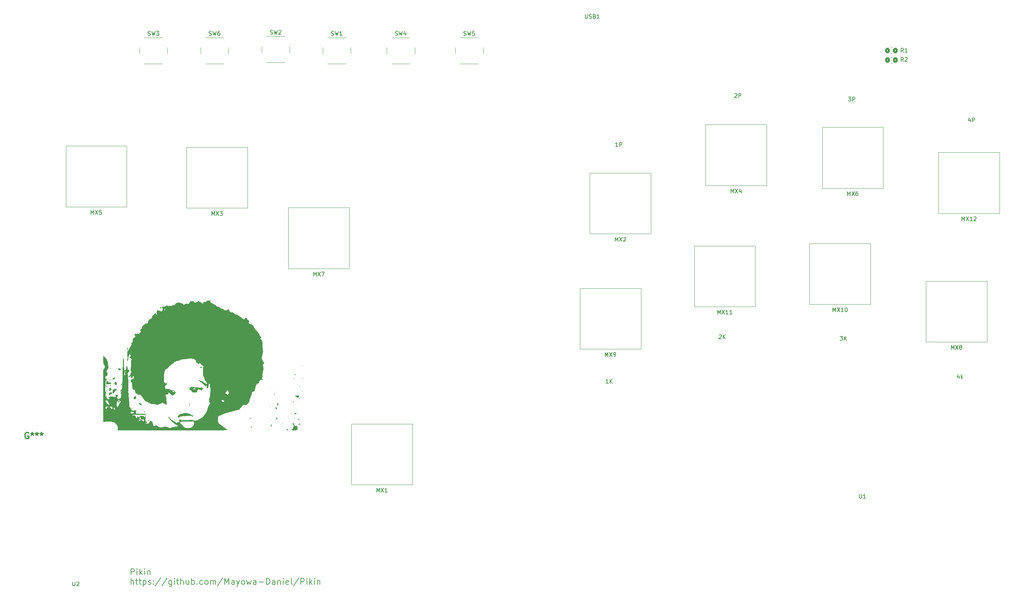
<source format=gto>
%TF.GenerationSoftware,KiCad,Pcbnew,(6.0.2)*%
%TF.CreationDate,2022-06-06T00:38:35-05:00*%
%TF.ProjectId,Pikin,50696b69-6e2e-46b6-9963-61645f706362,rev?*%
%TF.SameCoordinates,Original*%
%TF.FileFunction,Legend,Top*%
%TF.FilePolarity,Positive*%
%FSLAX46Y46*%
G04 Gerber Fmt 4.6, Leading zero omitted, Abs format (unit mm)*
G04 Created by KiCad (PCBNEW (6.0.2)) date 2022-06-06 00:38:35*
%MOMM*%
%LPD*%
G01*
G04 APERTURE LIST*
G04 Aperture macros list*
%AMRoundRect*
0 Rectangle with rounded corners*
0 $1 Rounding radius*
0 $2 $3 $4 $5 $6 $7 $8 $9 X,Y pos of 4 corners*
0 Add a 4 corners polygon primitive as box body*
4,1,4,$2,$3,$4,$5,$6,$7,$8,$9,$2,$3,0*
0 Add four circle primitives for the rounded corners*
1,1,$1+$1,$2,$3*
1,1,$1+$1,$4,$5*
1,1,$1+$1,$6,$7*
1,1,$1+$1,$8,$9*
0 Add four rect primitives between the rounded corners*
20,1,$1+$1,$2,$3,$4,$5,0*
20,1,$1+$1,$4,$5,$6,$7,0*
20,1,$1+$1,$6,$7,$8,$9,0*
20,1,$1+$1,$8,$9,$2,$3,0*%
G04 Aperture macros list end*
%ADD10C,0.150000*%
%ADD11C,0.300000*%
%ADD12C,0.120000*%
%ADD13C,5.050000*%
%ADD14C,2.000000*%
%ADD15C,0.650000*%
%ADD16R,0.600000X2.450000*%
%ADD17R,0.300000X2.450000*%
%ADD18C,3.200000*%
%ADD19RoundRect,0.250000X0.350000X0.450000X-0.350000X0.450000X-0.350000X-0.450000X0.350000X-0.450000X0*%
%ADD20RoundRect,0.250000X-0.350000X-0.450000X0.350000X-0.450000X0.350000X0.450000X-0.350000X0.450000X0*%
%ADD21C,1.524000*%
%ADD22R,2.000000X2.000000*%
%ADD23C,1.700000*%
%ADD24R,1.700000X1.700000*%
%ADD25C,2.500000*%
G04 APERTURE END LIST*
D10*
X109954042Y-207039871D02*
X109954042Y-205539871D01*
X110525471Y-205539871D01*
X110668328Y-205611300D01*
X110739757Y-205682728D01*
X110811185Y-205825585D01*
X110811185Y-206039871D01*
X110739757Y-206182728D01*
X110668328Y-206254157D01*
X110525471Y-206325585D01*
X109954042Y-206325585D01*
X111454042Y-207039871D02*
X111454042Y-206039871D01*
X111454042Y-205539871D02*
X111382614Y-205611300D01*
X111454042Y-205682728D01*
X111525471Y-205611300D01*
X111454042Y-205539871D01*
X111454042Y-205682728D01*
X112168328Y-207039871D02*
X112168328Y-205539871D01*
X112311185Y-206468442D02*
X112739757Y-207039871D01*
X112739757Y-206039871D02*
X112168328Y-206611300D01*
X113382614Y-207039871D02*
X113382614Y-206039871D01*
X113382614Y-205539871D02*
X113311185Y-205611300D01*
X113382614Y-205682728D01*
X113454042Y-205611300D01*
X113382614Y-205539871D01*
X113382614Y-205682728D01*
X114096900Y-206039871D02*
X114096900Y-207039871D01*
X114096900Y-206182728D02*
X114168328Y-206111300D01*
X114311185Y-206039871D01*
X114525471Y-206039871D01*
X114668328Y-206111300D01*
X114739757Y-206254157D01*
X114739757Y-207039871D01*
X109954042Y-209454871D02*
X109954042Y-207954871D01*
X110596900Y-209454871D02*
X110596900Y-208669157D01*
X110525471Y-208526300D01*
X110382614Y-208454871D01*
X110168328Y-208454871D01*
X110025471Y-208526300D01*
X109954042Y-208597728D01*
X111096900Y-208454871D02*
X111668328Y-208454871D01*
X111311185Y-207954871D02*
X111311185Y-209240585D01*
X111382614Y-209383442D01*
X111525471Y-209454871D01*
X111668328Y-209454871D01*
X111954042Y-208454871D02*
X112525471Y-208454871D01*
X112168328Y-207954871D02*
X112168328Y-209240585D01*
X112239757Y-209383442D01*
X112382614Y-209454871D01*
X112525471Y-209454871D01*
X113025471Y-208454871D02*
X113025471Y-209954871D01*
X113025471Y-208526300D02*
X113168328Y-208454871D01*
X113454042Y-208454871D01*
X113596900Y-208526300D01*
X113668328Y-208597728D01*
X113739757Y-208740585D01*
X113739757Y-209169157D01*
X113668328Y-209312014D01*
X113596900Y-209383442D01*
X113454042Y-209454871D01*
X113168328Y-209454871D01*
X113025471Y-209383442D01*
X114311185Y-209383442D02*
X114454042Y-209454871D01*
X114739757Y-209454871D01*
X114882614Y-209383442D01*
X114954042Y-209240585D01*
X114954042Y-209169157D01*
X114882614Y-209026300D01*
X114739757Y-208954871D01*
X114525471Y-208954871D01*
X114382614Y-208883442D01*
X114311185Y-208740585D01*
X114311185Y-208669157D01*
X114382614Y-208526300D01*
X114525471Y-208454871D01*
X114739757Y-208454871D01*
X114882614Y-208526300D01*
X115596900Y-209312014D02*
X115668328Y-209383442D01*
X115596900Y-209454871D01*
X115525471Y-209383442D01*
X115596900Y-209312014D01*
X115596900Y-209454871D01*
X115596900Y-208526300D02*
X115668328Y-208597728D01*
X115596900Y-208669157D01*
X115525471Y-208597728D01*
X115596900Y-208526300D01*
X115596900Y-208669157D01*
X117382614Y-207883442D02*
X116096900Y-209812014D01*
X118954042Y-207883442D02*
X117668328Y-209812014D01*
X120096900Y-208454871D02*
X120096900Y-209669157D01*
X120025471Y-209812014D01*
X119954042Y-209883442D01*
X119811185Y-209954871D01*
X119596900Y-209954871D01*
X119454042Y-209883442D01*
X120096900Y-209383442D02*
X119954042Y-209454871D01*
X119668328Y-209454871D01*
X119525471Y-209383442D01*
X119454042Y-209312014D01*
X119382614Y-209169157D01*
X119382614Y-208740585D01*
X119454042Y-208597728D01*
X119525471Y-208526300D01*
X119668328Y-208454871D01*
X119954042Y-208454871D01*
X120096900Y-208526300D01*
X120811185Y-209454871D02*
X120811185Y-208454871D01*
X120811185Y-207954871D02*
X120739757Y-208026300D01*
X120811185Y-208097728D01*
X120882614Y-208026300D01*
X120811185Y-207954871D01*
X120811185Y-208097728D01*
X121311185Y-208454871D02*
X121882614Y-208454871D01*
X121525471Y-207954871D02*
X121525471Y-209240585D01*
X121596900Y-209383442D01*
X121739757Y-209454871D01*
X121882614Y-209454871D01*
X122382614Y-209454871D02*
X122382614Y-207954871D01*
X123025471Y-209454871D02*
X123025471Y-208669157D01*
X122954042Y-208526300D01*
X122811185Y-208454871D01*
X122596900Y-208454871D01*
X122454042Y-208526300D01*
X122382614Y-208597728D01*
X124382614Y-208454871D02*
X124382614Y-209454871D01*
X123739757Y-208454871D02*
X123739757Y-209240585D01*
X123811185Y-209383442D01*
X123954042Y-209454871D01*
X124168328Y-209454871D01*
X124311185Y-209383442D01*
X124382614Y-209312014D01*
X125096900Y-209454871D02*
X125096900Y-207954871D01*
X125096900Y-208526300D02*
X125239757Y-208454871D01*
X125525471Y-208454871D01*
X125668328Y-208526300D01*
X125739757Y-208597728D01*
X125811185Y-208740585D01*
X125811185Y-209169157D01*
X125739757Y-209312014D01*
X125668328Y-209383442D01*
X125525471Y-209454871D01*
X125239757Y-209454871D01*
X125096900Y-209383442D01*
X126454042Y-209312014D02*
X126525471Y-209383442D01*
X126454042Y-209454871D01*
X126382614Y-209383442D01*
X126454042Y-209312014D01*
X126454042Y-209454871D01*
X127811185Y-209383442D02*
X127668328Y-209454871D01*
X127382614Y-209454871D01*
X127239757Y-209383442D01*
X127168328Y-209312014D01*
X127096900Y-209169157D01*
X127096900Y-208740585D01*
X127168328Y-208597728D01*
X127239757Y-208526300D01*
X127382614Y-208454871D01*
X127668328Y-208454871D01*
X127811185Y-208526300D01*
X128668328Y-209454871D02*
X128525471Y-209383442D01*
X128454042Y-209312014D01*
X128382614Y-209169157D01*
X128382614Y-208740585D01*
X128454042Y-208597728D01*
X128525471Y-208526300D01*
X128668328Y-208454871D01*
X128882614Y-208454871D01*
X129025471Y-208526300D01*
X129096900Y-208597728D01*
X129168328Y-208740585D01*
X129168328Y-209169157D01*
X129096900Y-209312014D01*
X129025471Y-209383442D01*
X128882614Y-209454871D01*
X128668328Y-209454871D01*
X129811185Y-209454871D02*
X129811185Y-208454871D01*
X129811185Y-208597728D02*
X129882614Y-208526300D01*
X130025471Y-208454871D01*
X130239757Y-208454871D01*
X130382614Y-208526300D01*
X130454042Y-208669157D01*
X130454042Y-209454871D01*
X130454042Y-208669157D02*
X130525471Y-208526300D01*
X130668328Y-208454871D01*
X130882614Y-208454871D01*
X131025471Y-208526300D01*
X131096900Y-208669157D01*
X131096900Y-209454871D01*
X132882614Y-207883442D02*
X131596900Y-209812014D01*
X133382614Y-209454871D02*
X133382614Y-207954871D01*
X133882614Y-209026300D01*
X134382614Y-207954871D01*
X134382614Y-209454871D01*
X135739757Y-209454871D02*
X135739757Y-208669157D01*
X135668328Y-208526300D01*
X135525471Y-208454871D01*
X135239757Y-208454871D01*
X135096900Y-208526300D01*
X135739757Y-209383442D02*
X135596900Y-209454871D01*
X135239757Y-209454871D01*
X135096900Y-209383442D01*
X135025471Y-209240585D01*
X135025471Y-209097728D01*
X135096900Y-208954871D01*
X135239757Y-208883442D01*
X135596900Y-208883442D01*
X135739757Y-208812014D01*
X136311185Y-208454871D02*
X136668328Y-209454871D01*
X137025471Y-208454871D02*
X136668328Y-209454871D01*
X136525471Y-209812014D01*
X136454042Y-209883442D01*
X136311185Y-209954871D01*
X137811185Y-209454871D02*
X137668328Y-209383442D01*
X137596900Y-209312014D01*
X137525471Y-209169157D01*
X137525471Y-208740585D01*
X137596900Y-208597728D01*
X137668328Y-208526300D01*
X137811185Y-208454871D01*
X138025471Y-208454871D01*
X138168328Y-208526300D01*
X138239757Y-208597728D01*
X138311185Y-208740585D01*
X138311185Y-209169157D01*
X138239757Y-209312014D01*
X138168328Y-209383442D01*
X138025471Y-209454871D01*
X137811185Y-209454871D01*
X138811185Y-208454871D02*
X139096900Y-209454871D01*
X139382614Y-208740585D01*
X139668328Y-209454871D01*
X139954042Y-208454871D01*
X141168328Y-209454871D02*
X141168328Y-208669157D01*
X141096900Y-208526300D01*
X140954042Y-208454871D01*
X140668328Y-208454871D01*
X140525471Y-208526300D01*
X141168328Y-209383442D02*
X141025471Y-209454871D01*
X140668328Y-209454871D01*
X140525471Y-209383442D01*
X140454042Y-209240585D01*
X140454042Y-209097728D01*
X140525471Y-208954871D01*
X140668328Y-208883442D01*
X141025471Y-208883442D01*
X141168328Y-208812014D01*
X141882614Y-208883442D02*
X143025471Y-208883442D01*
X143739757Y-209454871D02*
X143739757Y-207954871D01*
X144096900Y-207954871D01*
X144311185Y-208026300D01*
X144454042Y-208169157D01*
X144525471Y-208312014D01*
X144596900Y-208597728D01*
X144596900Y-208812014D01*
X144525471Y-209097728D01*
X144454042Y-209240585D01*
X144311185Y-209383442D01*
X144096900Y-209454871D01*
X143739757Y-209454871D01*
X145882614Y-209454871D02*
X145882614Y-208669157D01*
X145811185Y-208526300D01*
X145668328Y-208454871D01*
X145382614Y-208454871D01*
X145239757Y-208526300D01*
X145882614Y-209383442D02*
X145739757Y-209454871D01*
X145382614Y-209454871D01*
X145239757Y-209383442D01*
X145168328Y-209240585D01*
X145168328Y-209097728D01*
X145239757Y-208954871D01*
X145382614Y-208883442D01*
X145739757Y-208883442D01*
X145882614Y-208812014D01*
X146596900Y-208454871D02*
X146596900Y-209454871D01*
X146596900Y-208597728D02*
X146668328Y-208526300D01*
X146811185Y-208454871D01*
X147025471Y-208454871D01*
X147168328Y-208526300D01*
X147239757Y-208669157D01*
X147239757Y-209454871D01*
X147954042Y-209454871D02*
X147954042Y-208454871D01*
X147954042Y-207954871D02*
X147882614Y-208026300D01*
X147954042Y-208097728D01*
X148025471Y-208026300D01*
X147954042Y-207954871D01*
X147954042Y-208097728D01*
X149239757Y-209383442D02*
X149096900Y-209454871D01*
X148811185Y-209454871D01*
X148668328Y-209383442D01*
X148596900Y-209240585D01*
X148596900Y-208669157D01*
X148668328Y-208526300D01*
X148811185Y-208454871D01*
X149096900Y-208454871D01*
X149239757Y-208526300D01*
X149311185Y-208669157D01*
X149311185Y-208812014D01*
X148596900Y-208954871D01*
X150168328Y-209454871D02*
X150025471Y-209383442D01*
X149954042Y-209240585D01*
X149954042Y-207954871D01*
X151811185Y-207883442D02*
X150525471Y-209812014D01*
X152311185Y-209454871D02*
X152311185Y-207954871D01*
X152882614Y-207954871D01*
X153025471Y-208026300D01*
X153096900Y-208097728D01*
X153168328Y-208240585D01*
X153168328Y-208454871D01*
X153096900Y-208597728D01*
X153025471Y-208669157D01*
X152882614Y-208740585D01*
X152311185Y-208740585D01*
X153811185Y-209454871D02*
X153811185Y-208454871D01*
X153811185Y-207954871D02*
X153739757Y-208026300D01*
X153811185Y-208097728D01*
X153882614Y-208026300D01*
X153811185Y-207954871D01*
X153811185Y-208097728D01*
X154525471Y-209454871D02*
X154525471Y-207954871D01*
X154668328Y-208883442D02*
X155096900Y-209454871D01*
X155096900Y-208454871D02*
X154525471Y-209026300D01*
X155739757Y-209454871D02*
X155739757Y-208454871D01*
X155739757Y-207954871D02*
X155668328Y-208026300D01*
X155739757Y-208097728D01*
X155811185Y-208026300D01*
X155739757Y-207954871D01*
X155739757Y-208097728D01*
X156454042Y-208454871D02*
X156454042Y-209454871D01*
X156454042Y-208597728D02*
X156525471Y-208526300D01*
X156668328Y-208454871D01*
X156882614Y-208454871D01*
X157025471Y-208526300D01*
X157096900Y-208669157D01*
X157096900Y-209454871D01*
X288853666Y-87818980D02*
X289472714Y-87818980D01*
X289139380Y-88199933D01*
X289282238Y-88199933D01*
X289377476Y-88247552D01*
X289425095Y-88295171D01*
X289472714Y-88390409D01*
X289472714Y-88628504D01*
X289425095Y-88723742D01*
X289377476Y-88771361D01*
X289282238Y-88818980D01*
X288996523Y-88818980D01*
X288901285Y-88771361D01*
X288853666Y-88723742D01*
X289901285Y-88818980D02*
X289901285Y-87818980D01*
X290282238Y-87818980D01*
X290377476Y-87866600D01*
X290425095Y-87914219D01*
X290472714Y-88009457D01*
X290472714Y-88152314D01*
X290425095Y-88247552D01*
X290377476Y-88295171D01*
X290282238Y-88342790D01*
X289901285Y-88342790D01*
X286796266Y-147534380D02*
X287415314Y-147534380D01*
X287081980Y-147915333D01*
X287224838Y-147915333D01*
X287320076Y-147962952D01*
X287367695Y-148010571D01*
X287415314Y-148105809D01*
X287415314Y-148343904D01*
X287367695Y-148439142D01*
X287320076Y-148486761D01*
X287224838Y-148534380D01*
X286939123Y-148534380D01*
X286843885Y-148486761D01*
X286796266Y-148439142D01*
X287843885Y-148534380D02*
X287843885Y-147534380D01*
X288415314Y-148534380D02*
X287986742Y-147962952D01*
X288415314Y-147534380D02*
X287843885Y-148105809D01*
X319273276Y-93333914D02*
X319273276Y-94000580D01*
X319035180Y-92952961D02*
X318797085Y-93667247D01*
X319416133Y-93667247D01*
X319797085Y-94000580D02*
X319797085Y-93000580D01*
X320178038Y-93000580D01*
X320273276Y-93048200D01*
X320320895Y-93095819D01*
X320368514Y-93191057D01*
X320368514Y-93333914D01*
X320320895Y-93429152D01*
X320273276Y-93476771D01*
X320178038Y-93524390D01*
X319797085Y-93524390D01*
X228995314Y-159227780D02*
X228423885Y-159227780D01*
X228709600Y-159227780D02*
X228709600Y-158227780D01*
X228614361Y-158370638D01*
X228519123Y-158465876D01*
X228423885Y-158513495D01*
X229423885Y-159227780D02*
X229423885Y-158227780D01*
X229995314Y-159227780D02*
X229566742Y-158656352D01*
X229995314Y-158227780D02*
X229423885Y-158799209D01*
X231357514Y-100172780D02*
X230786085Y-100172780D01*
X231071800Y-100172780D02*
X231071800Y-99172780D01*
X230976561Y-99315638D01*
X230881323Y-99410876D01*
X230786085Y-99458495D01*
X231786085Y-100172780D02*
X231786085Y-99172780D01*
X232167038Y-99172780D01*
X232262276Y-99220400D01*
X232309895Y-99268019D01*
X232357514Y-99363257D01*
X232357514Y-99506114D01*
X232309895Y-99601352D01*
X232262276Y-99648971D01*
X232167038Y-99696590D01*
X231786085Y-99696590D01*
X260504085Y-87050619D02*
X260551704Y-87003000D01*
X260646942Y-86955380D01*
X260885038Y-86955380D01*
X260980276Y-87003000D01*
X261027895Y-87050619D01*
X261075514Y-87145857D01*
X261075514Y-87241095D01*
X261027895Y-87383952D01*
X260456466Y-87955380D01*
X261075514Y-87955380D01*
X261504085Y-87955380D02*
X261504085Y-86955380D01*
X261885038Y-86955380D01*
X261980276Y-87003000D01*
X262027895Y-87050619D01*
X262075514Y-87145857D01*
X262075514Y-87288714D01*
X262027895Y-87383952D01*
X261980276Y-87431571D01*
X261885038Y-87479190D01*
X261504085Y-87479190D01*
X256617885Y-147248619D02*
X256665504Y-147201000D01*
X256760742Y-147153380D01*
X256998838Y-147153380D01*
X257094076Y-147201000D01*
X257141695Y-147248619D01*
X257189314Y-147343857D01*
X257189314Y-147439095D01*
X257141695Y-147581952D01*
X256570266Y-148153380D01*
X257189314Y-148153380D01*
X257617885Y-148153380D02*
X257617885Y-147153380D01*
X258189314Y-148153380D02*
X257760742Y-147581952D01*
X258189314Y-147153380D02*
X257617885Y-147724809D01*
X316472914Y-157392714D02*
X316472914Y-158059380D01*
X316234819Y-157011761D02*
X315996723Y-157726047D01*
X316615771Y-157726047D01*
X316996723Y-158059380D02*
X316996723Y-157059380D01*
X317091961Y-157678428D02*
X317377676Y-158059380D01*
X317377676Y-157392714D02*
X316996723Y-157773666D01*
X317185895Y-118672380D02*
X317185895Y-117672380D01*
X317519228Y-118386666D01*
X317852561Y-117672380D01*
X317852561Y-118672380D01*
X318233514Y-117672380D02*
X318900180Y-118672380D01*
X318900180Y-117672380D02*
X318233514Y-118672380D01*
X319804942Y-118672380D02*
X319233514Y-118672380D01*
X319519228Y-118672380D02*
X319519228Y-117672380D01*
X319423990Y-117815238D01*
X319328752Y-117910476D01*
X319233514Y-117958095D01*
X320185895Y-117767619D02*
X320233514Y-117720000D01*
X320328752Y-117672380D01*
X320566847Y-117672380D01*
X320662085Y-117720000D01*
X320709704Y-117767619D01*
X320757323Y-117862857D01*
X320757323Y-117958095D01*
X320709704Y-118100952D01*
X320138276Y-118672380D01*
X320757323Y-118672380D01*
X129476666Y-72354761D02*
X129619523Y-72402380D01*
X129857619Y-72402380D01*
X129952857Y-72354761D01*
X130000476Y-72307142D01*
X130048095Y-72211904D01*
X130048095Y-72116666D01*
X130000476Y-72021428D01*
X129952857Y-71973809D01*
X129857619Y-71926190D01*
X129667142Y-71878571D01*
X129571904Y-71830952D01*
X129524285Y-71783333D01*
X129476666Y-71688095D01*
X129476666Y-71592857D01*
X129524285Y-71497619D01*
X129571904Y-71450000D01*
X129667142Y-71402380D01*
X129905238Y-71402380D01*
X130048095Y-71450000D01*
X130381428Y-71402380D02*
X130619523Y-72402380D01*
X130810000Y-71688095D01*
X131000476Y-72402380D01*
X131238571Y-71402380D01*
X132048095Y-71402380D02*
X131857619Y-71402380D01*
X131762380Y-71450000D01*
X131714761Y-71497619D01*
X131619523Y-71640476D01*
X131571904Y-71830952D01*
X131571904Y-72211904D01*
X131619523Y-72307142D01*
X131667142Y-72354761D01*
X131762380Y-72402380D01*
X131952857Y-72402380D01*
X132048095Y-72354761D01*
X132095714Y-72307142D01*
X132143333Y-72211904D01*
X132143333Y-71973809D01*
X132095714Y-71878571D01*
X132048095Y-71830952D01*
X131952857Y-71783333D01*
X131762380Y-71783333D01*
X131667142Y-71830952D01*
X131619523Y-71878571D01*
X131571904Y-71973809D01*
X175906666Y-72354761D02*
X176049523Y-72402380D01*
X176287619Y-72402380D01*
X176382857Y-72354761D01*
X176430476Y-72307142D01*
X176478095Y-72211904D01*
X176478095Y-72116666D01*
X176430476Y-72021428D01*
X176382857Y-71973809D01*
X176287619Y-71926190D01*
X176097142Y-71878571D01*
X176001904Y-71830952D01*
X175954285Y-71783333D01*
X175906666Y-71688095D01*
X175906666Y-71592857D01*
X175954285Y-71497619D01*
X176001904Y-71450000D01*
X176097142Y-71402380D01*
X176335238Y-71402380D01*
X176478095Y-71450000D01*
X176811428Y-71402380D02*
X177049523Y-72402380D01*
X177240000Y-71688095D01*
X177430476Y-72402380D01*
X177668571Y-71402380D01*
X178478095Y-71735714D02*
X178478095Y-72402380D01*
X178240000Y-71354761D02*
X178001904Y-72069047D01*
X178620952Y-72069047D01*
X223231556Y-67169580D02*
X223231556Y-67979104D01*
X223279175Y-68074342D01*
X223326794Y-68121961D01*
X223422032Y-68169580D01*
X223612509Y-68169580D01*
X223707747Y-68121961D01*
X223755366Y-68074342D01*
X223802985Y-67979104D01*
X223802985Y-67169580D01*
X224231556Y-68121961D02*
X224374413Y-68169580D01*
X224612509Y-68169580D01*
X224707747Y-68121961D01*
X224755366Y-68074342D01*
X224802985Y-67979104D01*
X224802985Y-67883866D01*
X224755366Y-67788628D01*
X224707747Y-67741009D01*
X224612509Y-67693390D01*
X224422032Y-67645771D01*
X224326794Y-67598152D01*
X224279175Y-67550533D01*
X224231556Y-67455295D01*
X224231556Y-67360057D01*
X224279175Y-67264819D01*
X224326794Y-67217200D01*
X224422032Y-67169580D01*
X224660128Y-67169580D01*
X224802985Y-67217200D01*
X225564890Y-67645771D02*
X225707747Y-67693390D01*
X225755366Y-67741009D01*
X225802985Y-67836247D01*
X225802985Y-67979104D01*
X225755366Y-68074342D01*
X225707747Y-68121961D01*
X225612509Y-68169580D01*
X225231556Y-68169580D01*
X225231556Y-67169580D01*
X225564890Y-67169580D01*
X225660128Y-67217200D01*
X225707747Y-67264819D01*
X225755366Y-67360057D01*
X225755366Y-67455295D01*
X225707747Y-67550533D01*
X225660128Y-67598152D01*
X225564890Y-67645771D01*
X225231556Y-67645771D01*
X226755366Y-68169580D02*
X226183937Y-68169580D01*
X226469652Y-68169580D02*
X226469652Y-67169580D01*
X226374413Y-67312438D01*
X226279175Y-67407676D01*
X226183937Y-67455295D01*
X314537885Y-150777980D02*
X314537885Y-149777980D01*
X314871219Y-150492266D01*
X315204552Y-149777980D01*
X315204552Y-150777980D01*
X315585504Y-149777980D02*
X316252171Y-150777980D01*
X316252171Y-149777980D02*
X315585504Y-150777980D01*
X316775980Y-150206552D02*
X316680742Y-150158933D01*
X316633123Y-150111314D01*
X316585504Y-150016076D01*
X316585504Y-149968457D01*
X316633123Y-149873219D01*
X316680742Y-149825600D01*
X316775980Y-149777980D01*
X316966457Y-149777980D01*
X317061695Y-149825600D01*
X317109314Y-149873219D01*
X317156933Y-149968457D01*
X317156933Y-150016076D01*
X317109314Y-150111314D01*
X317061695Y-150158933D01*
X316966457Y-150206552D01*
X316775980Y-150206552D01*
X316680742Y-150254171D01*
X316633123Y-150301790D01*
X316585504Y-150397028D01*
X316585504Y-150587504D01*
X316633123Y-150682742D01*
X316680742Y-150730361D01*
X316775980Y-150777980D01*
X316966457Y-150777980D01*
X317061695Y-150730361D01*
X317109314Y-150682742D01*
X317156933Y-150587504D01*
X317156933Y-150397028D01*
X317109314Y-150301790D01*
X317061695Y-150254171D01*
X316966457Y-150206552D01*
X230717885Y-123803180D02*
X230717885Y-122803180D01*
X231051219Y-123517466D01*
X231384552Y-122803180D01*
X231384552Y-123803180D01*
X231765504Y-122803180D02*
X232432171Y-123803180D01*
X232432171Y-122803180D02*
X231765504Y-123803180D01*
X232765504Y-122898419D02*
X232813123Y-122850800D01*
X232908361Y-122803180D01*
X233146457Y-122803180D01*
X233241695Y-122850800D01*
X233289314Y-122898419D01*
X233336933Y-122993657D01*
X233336933Y-123088895D01*
X233289314Y-123231752D01*
X232717885Y-123803180D01*
X233336933Y-123803180D01*
X302601333Y-76626980D02*
X302268000Y-76150790D01*
X302029904Y-76626980D02*
X302029904Y-75626980D01*
X302410857Y-75626980D01*
X302506095Y-75674600D01*
X302553714Y-75722219D01*
X302601333Y-75817457D01*
X302601333Y-75960314D01*
X302553714Y-76055552D01*
X302506095Y-76103171D01*
X302410857Y-76150790D01*
X302029904Y-76150790D01*
X303553714Y-76626980D02*
X302982285Y-76626980D01*
X303268000Y-76626980D02*
X303268000Y-75626980D01*
X303172761Y-75769838D01*
X303077523Y-75865076D01*
X302982285Y-75912695D01*
X259597685Y-111712780D02*
X259597685Y-110712780D01*
X259931019Y-111427066D01*
X260264352Y-110712780D01*
X260264352Y-111712780D01*
X260645304Y-110712780D02*
X261311971Y-111712780D01*
X261311971Y-110712780D02*
X260645304Y-111712780D01*
X262121495Y-111046114D02*
X262121495Y-111712780D01*
X261883400Y-110665161D02*
X261645304Y-111379447D01*
X262264352Y-111379447D01*
X114236666Y-72354761D02*
X114379523Y-72402380D01*
X114617619Y-72402380D01*
X114712857Y-72354761D01*
X114760476Y-72307142D01*
X114808095Y-72211904D01*
X114808095Y-72116666D01*
X114760476Y-72021428D01*
X114712857Y-71973809D01*
X114617619Y-71926190D01*
X114427142Y-71878571D01*
X114331904Y-71830952D01*
X114284285Y-71783333D01*
X114236666Y-71688095D01*
X114236666Y-71592857D01*
X114284285Y-71497619D01*
X114331904Y-71450000D01*
X114427142Y-71402380D01*
X114665238Y-71402380D01*
X114808095Y-71450000D01*
X115141428Y-71402380D02*
X115379523Y-72402380D01*
X115570000Y-71688095D01*
X115760476Y-72402380D01*
X115998571Y-71402380D01*
X116284285Y-71402380D02*
X116903333Y-71402380D01*
X116570000Y-71783333D01*
X116712857Y-71783333D01*
X116808095Y-71830952D01*
X116855714Y-71878571D01*
X116903333Y-71973809D01*
X116903333Y-72211904D01*
X116855714Y-72307142D01*
X116808095Y-72354761D01*
X116712857Y-72402380D01*
X116427142Y-72402380D01*
X116331904Y-72354761D01*
X116284285Y-72307142D01*
X159956666Y-72354761D02*
X160099523Y-72402380D01*
X160337619Y-72402380D01*
X160432857Y-72354761D01*
X160480476Y-72307142D01*
X160528095Y-72211904D01*
X160528095Y-72116666D01*
X160480476Y-72021428D01*
X160432857Y-71973809D01*
X160337619Y-71926190D01*
X160147142Y-71878571D01*
X160051904Y-71830952D01*
X160004285Y-71783333D01*
X159956666Y-71688095D01*
X159956666Y-71592857D01*
X160004285Y-71497619D01*
X160051904Y-71450000D01*
X160147142Y-71402380D01*
X160385238Y-71402380D01*
X160528095Y-71450000D01*
X160861428Y-71402380D02*
X161099523Y-72402380D01*
X161290000Y-71688095D01*
X161480476Y-72402380D01*
X161718571Y-71402380D01*
X162623333Y-72402380D02*
X162051904Y-72402380D01*
X162337619Y-72402380D02*
X162337619Y-71402380D01*
X162242380Y-71545238D01*
X162147142Y-71640476D01*
X162051904Y-71688095D01*
X100009485Y-117072180D02*
X100009485Y-116072180D01*
X100342819Y-116786466D01*
X100676152Y-116072180D01*
X100676152Y-117072180D01*
X101057104Y-116072180D02*
X101723771Y-117072180D01*
X101723771Y-116072180D02*
X101057104Y-117072180D01*
X102580914Y-116072180D02*
X102104723Y-116072180D01*
X102057104Y-116548371D01*
X102104723Y-116500752D01*
X102199961Y-116453133D01*
X102438057Y-116453133D01*
X102533295Y-116500752D01*
X102580914Y-116548371D01*
X102628533Y-116643609D01*
X102628533Y-116881704D01*
X102580914Y-116976942D01*
X102533295Y-117024561D01*
X102438057Y-117072180D01*
X102199961Y-117072180D01*
X102104723Y-117024561D01*
X102057104Y-116976942D01*
X302601333Y-78912980D02*
X302268000Y-78436790D01*
X302029904Y-78912980D02*
X302029904Y-77912980D01*
X302410857Y-77912980D01*
X302506095Y-77960600D01*
X302553714Y-78008219D01*
X302601333Y-78103457D01*
X302601333Y-78246314D01*
X302553714Y-78341552D01*
X302506095Y-78389171D01*
X302410857Y-78436790D01*
X302029904Y-78436790D01*
X302982285Y-78008219D02*
X303029904Y-77960600D01*
X303125142Y-77912980D01*
X303363238Y-77912980D01*
X303458476Y-77960600D01*
X303506095Y-78008219D01*
X303553714Y-78103457D01*
X303553714Y-78198695D01*
X303506095Y-78341552D01*
X302934666Y-78912980D01*
X303553714Y-78912980D01*
X155508485Y-132464580D02*
X155508485Y-131464580D01*
X155841819Y-132178866D01*
X156175152Y-131464580D01*
X156175152Y-132464580D01*
X156556104Y-131464580D02*
X157222771Y-132464580D01*
X157222771Y-131464580D02*
X156556104Y-132464580D01*
X157508485Y-131464580D02*
X158175152Y-131464580D01*
X157746580Y-132464580D01*
X288655285Y-112398580D02*
X288655285Y-111398580D01*
X288988619Y-112112866D01*
X289321952Y-111398580D01*
X289321952Y-112398580D01*
X289702904Y-111398580D02*
X290369571Y-112398580D01*
X290369571Y-111398580D02*
X289702904Y-112398580D01*
X291179095Y-111398580D02*
X290988619Y-111398580D01*
X290893380Y-111446200D01*
X290845761Y-111493819D01*
X290750523Y-111636676D01*
X290702904Y-111827152D01*
X290702904Y-112208104D01*
X290750523Y-112303342D01*
X290798142Y-112350961D01*
X290893380Y-112398580D01*
X291083857Y-112398580D01*
X291179095Y-112350961D01*
X291226714Y-112303342D01*
X291274333Y-112208104D01*
X291274333Y-111970009D01*
X291226714Y-111874771D01*
X291179095Y-111827152D01*
X291083857Y-111779533D01*
X290893380Y-111779533D01*
X290798142Y-111827152D01*
X290750523Y-111874771D01*
X290702904Y-111970009D01*
D11*
X84407828Y-171627800D02*
X84262685Y-171555228D01*
X84044971Y-171555228D01*
X83827257Y-171627800D01*
X83682114Y-171772942D01*
X83609542Y-171918085D01*
X83536971Y-172208371D01*
X83536971Y-172426085D01*
X83609542Y-172716371D01*
X83682114Y-172861514D01*
X83827257Y-173006657D01*
X84044971Y-173079228D01*
X84190114Y-173079228D01*
X84407828Y-173006657D01*
X84480400Y-172934085D01*
X84480400Y-172426085D01*
X84190114Y-172426085D01*
X85351257Y-171555228D02*
X85351257Y-171918085D01*
X84988400Y-171772942D02*
X85351257Y-171918085D01*
X85714114Y-171772942D01*
X85133542Y-172208371D02*
X85351257Y-171918085D01*
X85568971Y-172208371D01*
X86512400Y-171555228D02*
X86512400Y-171918085D01*
X86149542Y-171772942D02*
X86512400Y-171918085D01*
X86875257Y-171772942D01*
X86294685Y-172208371D02*
X86512400Y-171918085D01*
X86730114Y-172208371D01*
X87673542Y-171555228D02*
X87673542Y-171918085D01*
X87310685Y-171772942D02*
X87673542Y-171918085D01*
X88036400Y-171772942D01*
X87455828Y-172208371D02*
X87673542Y-171918085D01*
X87891257Y-172208371D01*
D10*
X192976666Y-72354761D02*
X193119523Y-72402380D01*
X193357619Y-72402380D01*
X193452857Y-72354761D01*
X193500476Y-72307142D01*
X193548095Y-72211904D01*
X193548095Y-72116666D01*
X193500476Y-72021428D01*
X193452857Y-71973809D01*
X193357619Y-71926190D01*
X193167142Y-71878571D01*
X193071904Y-71830952D01*
X193024285Y-71783333D01*
X192976666Y-71688095D01*
X192976666Y-71592857D01*
X193024285Y-71497619D01*
X193071904Y-71450000D01*
X193167142Y-71402380D01*
X193405238Y-71402380D01*
X193548095Y-71450000D01*
X193881428Y-71402380D02*
X194119523Y-72402380D01*
X194310000Y-71688095D01*
X194500476Y-72402380D01*
X194738571Y-71402380D01*
X195595714Y-71402380D02*
X195119523Y-71402380D01*
X195071904Y-71878571D01*
X195119523Y-71830952D01*
X195214761Y-71783333D01*
X195452857Y-71783333D01*
X195548095Y-71830952D01*
X195595714Y-71878571D01*
X195643333Y-71973809D01*
X195643333Y-72211904D01*
X195595714Y-72307142D01*
X195548095Y-72354761D01*
X195452857Y-72402380D01*
X195214761Y-72402380D01*
X195119523Y-72354761D01*
X195071904Y-72307142D01*
X228228685Y-152555980D02*
X228228685Y-151555980D01*
X228562019Y-152270266D01*
X228895352Y-151555980D01*
X228895352Y-152555980D01*
X229276304Y-151555980D02*
X229942971Y-152555980D01*
X229942971Y-151555980D02*
X229276304Y-152555980D01*
X230371542Y-152555980D02*
X230562019Y-152555980D01*
X230657257Y-152508361D01*
X230704876Y-152460742D01*
X230800114Y-152317885D01*
X230847733Y-152127409D01*
X230847733Y-151746457D01*
X230800114Y-151651219D01*
X230752495Y-151603600D01*
X230657257Y-151555980D01*
X230466780Y-151555980D01*
X230371542Y-151603600D01*
X230323923Y-151651219D01*
X230276304Y-151746457D01*
X230276304Y-151984552D01*
X230323923Y-152079790D01*
X230371542Y-152127409D01*
X230466780Y-152175028D01*
X230657257Y-152175028D01*
X230752495Y-152127409D01*
X230800114Y-152079790D01*
X230847733Y-151984552D01*
X95450495Y-208828180D02*
X95450495Y-209637704D01*
X95498114Y-209732942D01*
X95545733Y-209780561D01*
X95640971Y-209828180D01*
X95831447Y-209828180D01*
X95926685Y-209780561D01*
X95974304Y-209732942D01*
X96021923Y-209637704D01*
X96021923Y-208828180D01*
X96450495Y-208923419D02*
X96498114Y-208875800D01*
X96593352Y-208828180D01*
X96831447Y-208828180D01*
X96926685Y-208875800D01*
X96974304Y-208923419D01*
X97021923Y-209018657D01*
X97021923Y-209113895D01*
X96974304Y-209256752D01*
X96402876Y-209828180D01*
X97021923Y-209828180D01*
X291583344Y-186947685D02*
X291583344Y-187757209D01*
X291630963Y-187852447D01*
X291678582Y-187900066D01*
X291773820Y-187947685D01*
X291964296Y-187947685D01*
X292059534Y-187900066D01*
X292107153Y-187852447D01*
X292154772Y-187757209D01*
X292154772Y-186947685D01*
X293154772Y-187947685D02*
X292583344Y-187947685D01*
X292869058Y-187947685D02*
X292869058Y-186947685D01*
X292773820Y-187090543D01*
X292678582Y-187185781D01*
X292583344Y-187233400D01*
X256276695Y-141989580D02*
X256276695Y-140989580D01*
X256610028Y-141703866D01*
X256943361Y-140989580D01*
X256943361Y-141989580D01*
X257324314Y-140989580D02*
X257990980Y-141989580D01*
X257990980Y-140989580D02*
X257324314Y-141989580D01*
X258895742Y-141989580D02*
X258324314Y-141989580D01*
X258610028Y-141989580D02*
X258610028Y-140989580D01*
X258514790Y-141132438D01*
X258419552Y-141227676D01*
X258324314Y-141275295D01*
X259848123Y-141989580D02*
X259276695Y-141989580D01*
X259562409Y-141989580D02*
X259562409Y-140989580D01*
X259467171Y-141132438D01*
X259371933Y-141227676D01*
X259276695Y-141275295D01*
X285029495Y-141398180D02*
X285029495Y-140398180D01*
X285362828Y-141112466D01*
X285696161Y-140398180D01*
X285696161Y-141398180D01*
X286077114Y-140398180D02*
X286743780Y-141398180D01*
X286743780Y-140398180D02*
X286077114Y-141398180D01*
X287648542Y-141398180D02*
X287077114Y-141398180D01*
X287362828Y-141398180D02*
X287362828Y-140398180D01*
X287267590Y-140541038D01*
X287172352Y-140636276D01*
X287077114Y-140683895D01*
X288267590Y-140398180D02*
X288362828Y-140398180D01*
X288458066Y-140445800D01*
X288505685Y-140493419D01*
X288553304Y-140588657D01*
X288600923Y-140779133D01*
X288600923Y-141017228D01*
X288553304Y-141207704D01*
X288505685Y-141302942D01*
X288458066Y-141350561D01*
X288362828Y-141398180D01*
X288267590Y-141398180D01*
X288172352Y-141350561D01*
X288124733Y-141302942D01*
X288077114Y-141207704D01*
X288029495Y-141017228D01*
X288029495Y-140779133D01*
X288077114Y-140588657D01*
X288124733Y-140493419D01*
X288172352Y-140445800D01*
X288267590Y-140398180D01*
X130133885Y-117351580D02*
X130133885Y-116351580D01*
X130467219Y-117065866D01*
X130800552Y-116351580D01*
X130800552Y-117351580D01*
X131181504Y-116351580D02*
X131848171Y-117351580D01*
X131848171Y-116351580D02*
X131181504Y-117351580D01*
X132133885Y-116351580D02*
X132752933Y-116351580D01*
X132419600Y-116732533D01*
X132562457Y-116732533D01*
X132657695Y-116780152D01*
X132705314Y-116827771D01*
X132752933Y-116923009D01*
X132752933Y-117161104D01*
X132705314Y-117256342D01*
X132657695Y-117303961D01*
X132562457Y-117351580D01*
X132276742Y-117351580D01*
X132181504Y-117303961D01*
X132133885Y-117256342D01*
X171256485Y-186439580D02*
X171256485Y-185439580D01*
X171589819Y-186153866D01*
X171923152Y-185439580D01*
X171923152Y-186439580D01*
X172304104Y-185439580D02*
X172970771Y-186439580D01*
X172970771Y-185439580D02*
X172304104Y-186439580D01*
X173875533Y-186439580D02*
X173304104Y-186439580D01*
X173589819Y-186439580D02*
X173589819Y-185439580D01*
X173494580Y-185582438D01*
X173399342Y-185677676D01*
X173304104Y-185725295D01*
X144716666Y-72064761D02*
X144859523Y-72112380D01*
X145097619Y-72112380D01*
X145192857Y-72064761D01*
X145240476Y-72017142D01*
X145288095Y-71921904D01*
X145288095Y-71826666D01*
X145240476Y-71731428D01*
X145192857Y-71683809D01*
X145097619Y-71636190D01*
X144907142Y-71588571D01*
X144811904Y-71540952D01*
X144764285Y-71493333D01*
X144716666Y-71398095D01*
X144716666Y-71302857D01*
X144764285Y-71207619D01*
X144811904Y-71160000D01*
X144907142Y-71112380D01*
X145145238Y-71112380D01*
X145288095Y-71160000D01*
X145621428Y-71112380D02*
X145859523Y-72112380D01*
X146050000Y-71398095D01*
X146240476Y-72112380D01*
X146478571Y-71112380D01*
X146811904Y-71207619D02*
X146859523Y-71160000D01*
X146954761Y-71112380D01*
X147192857Y-71112380D01*
X147288095Y-71160000D01*
X147335714Y-71207619D01*
X147383333Y-71302857D01*
X147383333Y-71398095D01*
X147335714Y-71540952D01*
X146764285Y-72112380D01*
X147383333Y-72112380D01*
D12*
X311347800Y-116820000D02*
X326547800Y-116820000D01*
X326547800Y-116820000D02*
X326547800Y-101620000D01*
X326547800Y-101620000D02*
X311347800Y-101620000D01*
X311347800Y-101620000D02*
X311347800Y-116820000D01*
X128560000Y-79450000D02*
X133060000Y-79450000D01*
X134310000Y-76950000D02*
X134310000Y-75450000D01*
X127310000Y-75450000D02*
X127310000Y-76950000D01*
X133060000Y-72950000D02*
X128560000Y-72950000D01*
X174990000Y-79450000D02*
X179490000Y-79450000D01*
X180740000Y-76950000D02*
X180740000Y-75450000D01*
X179490000Y-72950000D02*
X174990000Y-72950000D01*
X173740000Y-75450000D02*
X173740000Y-76950000D01*
X308223600Y-148925600D02*
X323423600Y-148925600D01*
X308223600Y-133725600D02*
X308223600Y-148925600D01*
X323423600Y-148925600D02*
X323423600Y-133725600D01*
X323423600Y-133725600D02*
X308223600Y-133725600D01*
X224403600Y-106750800D02*
X224403600Y-121950800D01*
X239603600Y-106750800D02*
X224403600Y-106750800D01*
X239603600Y-121950800D02*
X239603600Y-106750800D01*
X224403600Y-121950800D02*
X239603600Y-121950800D01*
X299827064Y-75465000D02*
X299372936Y-75465000D01*
X299827064Y-76935000D02*
X299372936Y-76935000D01*
X268483400Y-109860400D02*
X268483400Y-94660400D01*
X268483400Y-94660400D02*
X253283400Y-94660400D01*
X253283400Y-94660400D02*
X253283400Y-109860400D01*
X253283400Y-109860400D02*
X268483400Y-109860400D01*
X119070000Y-76950000D02*
X119070000Y-75450000D01*
X113320000Y-79450000D02*
X117820000Y-79450000D01*
X112070000Y-75450000D02*
X112070000Y-76950000D01*
X117820000Y-72950000D02*
X113320000Y-72950000D01*
X157790000Y-75450000D02*
X157790000Y-76950000D01*
X159040000Y-79450000D02*
X163540000Y-79450000D01*
X164790000Y-76950000D02*
X164790000Y-75450000D01*
X163540000Y-72950000D02*
X159040000Y-72950000D01*
X93695200Y-115219800D02*
X108895200Y-115219800D01*
X108895200Y-100019800D02*
X93695200Y-100019800D01*
X108895200Y-115219800D02*
X108895200Y-100019800D01*
X93695200Y-100019800D02*
X93695200Y-115219800D01*
X299372936Y-77865000D02*
X299827064Y-77865000D01*
X299372936Y-79335000D02*
X299827064Y-79335000D01*
X149194200Y-130612200D02*
X164394200Y-130612200D01*
X149194200Y-115412200D02*
X149194200Y-130612200D01*
X164394200Y-115412200D02*
X149194200Y-115412200D01*
X164394200Y-130612200D02*
X164394200Y-115412200D01*
X297541000Y-95346200D02*
X282341000Y-95346200D01*
X297541000Y-110546200D02*
X297541000Y-95346200D01*
X282341000Y-95346200D02*
X282341000Y-110546200D01*
X282341000Y-110546200D02*
X297541000Y-110546200D01*
G36*
X151871930Y-162291020D02*
G01*
X151951608Y-162371837D01*
X151868407Y-162501105D01*
X151837950Y-162525819D01*
X151721378Y-162671647D01*
X151721151Y-162769129D01*
X151697413Y-162852845D01*
X151583867Y-162873724D01*
X151432757Y-162825028D01*
X151406457Y-162751137D01*
X151340648Y-162651802D01*
X151161284Y-162597519D01*
X150943609Y-162547365D01*
X150914193Y-162475158D01*
X151067653Y-162390025D01*
X151326854Y-162316819D01*
X151655103Y-162269173D01*
X151871930Y-162291020D01*
G37*
G36*
X105928085Y-157810107D02*
G01*
X105964969Y-157955619D01*
X105957759Y-158043801D01*
X105855995Y-158268054D01*
X105651836Y-158351309D01*
X105397588Y-158273143D01*
X105387345Y-158266521D01*
X105314374Y-158186955D01*
X105351390Y-158167890D01*
X105463112Y-158084629D01*
X105513830Y-157970249D01*
X105645532Y-157804376D01*
X105776956Y-157774110D01*
X105928085Y-157810107D01*
G37*
G36*
X150818040Y-167908388D02*
G01*
X150830360Y-167944183D01*
X150695454Y-167957853D01*
X150556231Y-167942442D01*
X150572867Y-167908388D01*
X150773649Y-167895436D01*
X150818040Y-167908388D01*
G37*
G36*
X144191790Y-170798965D02*
G01*
X144203481Y-170952236D01*
X144184048Y-170986932D01*
X144139474Y-170957684D01*
X144132540Y-170858216D01*
X144156490Y-170753572D01*
X144191790Y-170798965D01*
G37*
G36*
X150074347Y-167417611D02*
G01*
X150086084Y-167533996D01*
X150074347Y-167548370D01*
X150016045Y-167534908D01*
X150008967Y-167482990D01*
X150044849Y-167402268D01*
X150074347Y-167417611D01*
G37*
G36*
X107715665Y-159328908D02*
G01*
X107741013Y-159484539D01*
X107708149Y-159671592D01*
X107642944Y-159735500D01*
X107562474Y-159653621D01*
X107544874Y-159545149D01*
X107589907Y-159357410D01*
X107642944Y-159294187D01*
X107715665Y-159328908D01*
G37*
G36*
X124817337Y-160150436D02*
G01*
X125571260Y-160193447D01*
X126018612Y-160228245D01*
X126462903Y-160277893D01*
X126803502Y-160330866D01*
X127174383Y-160376369D01*
X127386310Y-160337298D01*
X127398603Y-160328353D01*
X127574033Y-160297183D01*
X127707611Y-160366074D01*
X127963179Y-160493664D01*
X128142240Y-160546065D01*
X128271869Y-160577158D01*
X128224225Y-160595119D01*
X128059308Y-160604770D01*
X127842147Y-160631001D01*
X127775873Y-160708150D01*
X127796226Y-160814265D01*
X127806896Y-160962784D01*
X127675681Y-161009280D01*
X127625439Y-161010404D01*
X127358081Y-160950789D01*
X127202035Y-160866418D01*
X126959902Y-160749062D01*
X126795457Y-160719314D01*
X126636239Y-160761265D01*
X126545391Y-160926181D01*
X126514649Y-161060521D01*
X126455902Y-161298498D01*
X126395766Y-161434482D01*
X126387618Y-161441587D01*
X126222403Y-161494290D01*
X125966010Y-161534319D01*
X125684064Y-161557113D01*
X125442190Y-161558113D01*
X125306015Y-161532757D01*
X125295454Y-161517478D01*
X125237006Y-161384785D01*
X125091495Y-161177441D01*
X125039197Y-161113187D01*
X124854913Y-160923584D01*
X124725902Y-160879807D01*
X124646919Y-160921532D01*
X124544946Y-160989303D01*
X124521191Y-160943100D01*
X124576713Y-160759037D01*
X124617210Y-160654479D01*
X125510447Y-160654479D01*
X125535346Y-160707650D01*
X125656842Y-160781128D01*
X125847301Y-160812613D01*
X126017599Y-160796844D01*
X126080010Y-160739785D01*
X126006265Y-160636926D01*
X125872308Y-160535595D01*
X125677350Y-160474583D01*
X125536976Y-160524298D01*
X125510447Y-160654479D01*
X124617210Y-160654479D01*
X124664117Y-160533369D01*
X124817337Y-160150436D01*
G37*
G36*
X104978516Y-159785384D02*
G01*
X104995067Y-159827782D01*
X104930179Y-159955843D01*
X104804401Y-159986511D01*
X104763572Y-159961663D01*
X104703914Y-159819304D01*
X104808881Y-159738346D01*
X104847963Y-159735500D01*
X104978516Y-159785384D01*
G37*
G36*
X105255852Y-161522271D02*
G01*
X105289276Y-161559164D01*
X105227803Y-161717121D01*
X105081665Y-161909190D01*
X104908282Y-162074002D01*
X104765075Y-162150190D01*
X104738781Y-162147509D01*
X104619444Y-162151296D01*
X104602789Y-162190315D01*
X104534836Y-162283076D01*
X104516196Y-162285307D01*
X104458103Y-162201052D01*
X104444450Y-162015616D01*
X104482583Y-161769217D01*
X104536832Y-161623338D01*
X104657739Y-161554991D01*
X104869652Y-161510948D01*
X105094910Y-161497834D01*
X105255852Y-161522271D01*
G37*
G36*
X112311708Y-164212403D02*
G01*
X112485110Y-164361403D01*
X112593505Y-164532134D01*
X112592625Y-164643552D01*
X112501517Y-164723332D01*
X112359382Y-164687357D01*
X112178658Y-164572835D01*
X112005982Y-164399605D01*
X111967552Y-164244270D01*
X112068650Y-164155221D01*
X112132346Y-164148627D01*
X112311708Y-164212403D01*
G37*
G36*
X146338061Y-165284854D02*
G01*
X146380396Y-165472566D01*
X146323686Y-165663163D01*
X146198227Y-165715919D01*
X146071024Y-165612702D01*
X146047645Y-165562614D01*
X145993186Y-165340083D01*
X146067026Y-165241686D01*
X146184257Y-165227392D01*
X146338061Y-165284854D01*
G37*
G36*
X144288246Y-167907958D02*
G01*
X144274784Y-167966260D01*
X144222867Y-167973338D01*
X144142144Y-167937456D01*
X144157487Y-167907958D01*
X144273873Y-167896221D01*
X144288246Y-167907958D01*
G37*
G36*
X110188406Y-165479459D02*
G01*
X110212365Y-165501987D01*
X110279552Y-165635439D01*
X110212365Y-165737353D01*
X110124538Y-165785627D01*
X110095397Y-165666871D01*
X110094681Y-165619670D01*
X110114458Y-165463792D01*
X110188406Y-165479459D01*
G37*
G36*
X144713214Y-160471021D02*
G01*
X144664179Y-160520056D01*
X144615145Y-160471021D01*
X144664179Y-160421987D01*
X144713214Y-160471021D01*
G37*
G36*
X114399630Y-168444629D02*
G01*
X114409739Y-168506932D01*
X114349971Y-168673900D01*
X114311670Y-168708859D01*
X114234480Y-168678832D01*
X114213600Y-168567543D01*
X114253612Y-168405067D01*
X114311670Y-168365616D01*
X114399630Y-168444629D01*
G37*
G36*
X104896998Y-155469477D02*
G01*
X104990555Y-155557603D01*
X104995067Y-155573334D01*
X104919192Y-155615457D01*
X104896998Y-155616581D01*
X104802697Y-155541190D01*
X104798928Y-155512724D01*
X104859010Y-155454153D01*
X104896998Y-155469477D01*
G37*
G36*
X140814952Y-166829624D02*
G01*
X140827271Y-166865418D01*
X140692365Y-166879089D01*
X140553142Y-166863677D01*
X140569778Y-166829624D01*
X140770560Y-166816671D01*
X140814952Y-166829624D01*
G37*
G36*
X140790434Y-167335886D02*
G01*
X140741400Y-167384921D01*
X140692365Y-167335886D01*
X140741400Y-167286851D01*
X140790434Y-167335886D01*
G37*
G36*
X109669714Y-155355062D02*
G01*
X109681451Y-155471448D01*
X109669714Y-155485822D01*
X109611411Y-155472360D01*
X109604334Y-155420442D01*
X109640216Y-155339720D01*
X109669714Y-155355062D01*
G37*
G36*
X150989662Y-158215423D02*
G01*
X150940627Y-158264458D01*
X150891593Y-158215423D01*
X150940627Y-158166388D01*
X150989662Y-158215423D01*
G37*
G36*
X151839598Y-166731124D02*
G01*
X151826136Y-166789426D01*
X151774218Y-166796504D01*
X151693496Y-166760622D01*
X151708838Y-166731124D01*
X151825224Y-166719387D01*
X151839598Y-166731124D01*
G37*
G36*
X114475119Y-167025333D02*
G01*
X114461657Y-167083635D01*
X114409739Y-167090712D01*
X114329017Y-167054830D01*
X114344360Y-167025333D01*
X114460745Y-167013596D01*
X114475119Y-167025333D01*
G37*
G36*
X106985741Y-155548359D02*
G01*
X107221529Y-155621237D01*
X107251071Y-155631417D01*
X107457563Y-155713105D01*
X107500294Y-155778913D01*
X107403203Y-155869883D01*
X107394065Y-155876591D01*
X107156822Y-155994873D01*
X106966822Y-155942186D01*
X106882905Y-155862164D01*
X106776420Y-155683413D01*
X106778199Y-155549986D01*
X106843754Y-155518512D01*
X106985741Y-155548359D01*
G37*
G36*
X145988118Y-159784535D02*
G01*
X145939083Y-159833570D01*
X145890048Y-159784535D01*
X145939083Y-159735500D01*
X145988118Y-159784535D01*
G37*
G36*
X132454527Y-139876427D02*
G01*
X132405492Y-139925461D01*
X132356457Y-139876427D01*
X132405492Y-139827392D01*
X132454527Y-139876427D01*
G37*
G36*
X113489930Y-166354644D02*
G01*
X113527114Y-166398883D01*
X113445581Y-166485460D01*
X113330975Y-166530711D01*
X113170796Y-166526546D01*
X113134836Y-166464949D01*
X113217309Y-166363489D01*
X113330975Y-166333121D01*
X113489930Y-166354644D01*
G37*
G36*
X104095937Y-159880143D02*
G01*
X104112442Y-159919631D01*
X104045346Y-160047440D01*
X103965338Y-160127778D01*
X103852619Y-160190945D01*
X103819040Y-160089296D01*
X103818233Y-160041717D01*
X103876794Y-159872622D01*
X103965338Y-159833570D01*
X104095937Y-159880143D01*
G37*
G36*
X145048977Y-169694666D02*
G01*
X145091291Y-169914871D01*
X145049880Y-169986402D01*
X144904295Y-169946935D01*
X144806565Y-169868672D01*
X144837445Y-169720916D01*
X144867525Y-169658576D01*
X144982917Y-169431459D01*
X145048977Y-169694666D01*
G37*
G36*
X111729173Y-166633055D02*
G01*
X111740910Y-166749440D01*
X111729173Y-166763814D01*
X111670871Y-166750352D01*
X111663793Y-166698434D01*
X111699675Y-166617712D01*
X111729173Y-166633055D01*
G37*
G36*
X121863021Y-168414651D02*
G01*
X121813986Y-168463685D01*
X121764952Y-168414651D01*
X121813986Y-168365616D01*
X121863021Y-168414651D01*
G37*
G36*
X150103046Y-166867694D02*
G01*
X150107037Y-166894573D01*
X150073577Y-166990093D01*
X150063790Y-166992643D01*
X149980061Y-166923922D01*
X149959932Y-166894573D01*
X149967708Y-166804204D01*
X150003179Y-166796504D01*
X150103046Y-166867694D01*
G37*
G36*
X151430975Y-166699643D02*
G01*
X151150074Y-166846143D01*
X150950094Y-166950072D01*
X150851808Y-166972865D01*
X150777986Y-166913752D01*
X150716104Y-166841808D01*
X150663487Y-166752655D01*
X150735887Y-166710448D01*
X150966482Y-166699088D01*
X151010313Y-166699039D01*
X151430975Y-166699643D01*
G37*
G36*
X104933753Y-160407558D02*
G01*
X105051601Y-160603556D01*
X105050319Y-160794676D01*
X104934435Y-160964798D01*
X104747527Y-161092883D01*
X104559747Y-161144172D01*
X104446623Y-161093810D01*
X104454716Y-160957899D01*
X104499687Y-160915445D01*
X104596749Y-160764924D01*
X104598701Y-160705753D01*
X104597095Y-160438948D01*
X104694376Y-160328847D01*
X104737886Y-160323917D01*
X104933753Y-160407558D01*
G37*
G36*
X151949772Y-168149081D02*
G01*
X151970357Y-168221590D01*
X151891787Y-168348922D01*
X151823253Y-168365616D01*
X151692665Y-168318235D01*
X151676149Y-168278039D01*
X151754193Y-168170830D01*
X151823253Y-168134012D01*
X151949772Y-168149081D01*
G37*
G36*
X150578994Y-163740418D02*
G01*
X150597384Y-163854419D01*
X150556315Y-164013779D01*
X150499315Y-164050558D01*
X150419635Y-163968420D01*
X150401245Y-163854419D01*
X150442314Y-163695059D01*
X150499315Y-163658280D01*
X150578994Y-163740418D01*
G37*
G36*
X123856250Y-166740581D02*
G01*
X124216699Y-166790256D01*
X124519707Y-166864289D01*
X124535415Y-166869628D01*
X124801716Y-166974403D01*
X124970319Y-167064389D01*
X125001245Y-167099454D01*
X125084124Y-167171165D01*
X125246419Y-167229054D01*
X125430510Y-167324831D01*
X125491593Y-167435824D01*
X125483080Y-167545352D01*
X125423128Y-167567726D01*
X125260111Y-167504891D01*
X125138899Y-167449114D01*
X124984086Y-167396735D01*
X124775483Y-167368756D01*
X124477596Y-167364648D01*
X124054931Y-167383884D01*
X123489002Y-167424597D01*
X122855431Y-167482551D01*
X122413105Y-167541926D01*
X122157130Y-167603520D01*
X122083340Y-167654612D01*
X121964151Y-167758575D01*
X121863021Y-167777199D01*
X121690419Y-167719247D01*
X121640893Y-167654612D01*
X121657695Y-167434688D01*
X121813966Y-167204724D01*
X122059089Y-167003021D01*
X122342445Y-166867880D01*
X122613414Y-166837603D01*
X122693698Y-166857991D01*
X122821658Y-166859726D01*
X122843716Y-166816803D01*
X122932092Y-166753375D01*
X123163762Y-166720574D01*
X123488542Y-166716831D01*
X123856250Y-166740581D01*
G37*
G36*
X106405509Y-169614629D02*
G01*
X106139368Y-169282170D01*
X105860634Y-169054331D01*
X105524591Y-168912652D01*
X105086525Y-168838674D01*
X104501718Y-168813939D01*
X104465180Y-168813645D01*
X104020365Y-168818521D01*
X103629921Y-168837103D01*
X103348348Y-168866084D01*
X103254334Y-168887089D01*
X103033678Y-168967250D01*
X103033678Y-168719905D01*
X111501365Y-168719905D01*
X111516689Y-168757894D01*
X111604815Y-168851451D01*
X111620546Y-168855963D01*
X111662669Y-168780088D01*
X111663793Y-168757894D01*
X111588402Y-168663593D01*
X111559936Y-168659824D01*
X111501365Y-168719905D01*
X103033678Y-168719905D01*
X103033678Y-168463685D01*
X111663793Y-168463685D01*
X111697253Y-168559205D01*
X111707040Y-168561755D01*
X111741818Y-168533211D01*
X111976025Y-168533211D01*
X112025425Y-168596488D01*
X112171392Y-168633805D01*
X112305662Y-168530469D01*
X112327806Y-168482073D01*
X112279466Y-168389540D01*
X112162313Y-168365616D01*
X111985895Y-168413060D01*
X111976025Y-168533211D01*
X111741818Y-168533211D01*
X111790769Y-168493034D01*
X111810898Y-168463685D01*
X111803122Y-168373316D01*
X111767651Y-168365616D01*
X111667784Y-168436806D01*
X111663793Y-168463685D01*
X103033678Y-168463685D01*
X103033678Y-167281064D01*
X109800473Y-167281064D01*
X109871663Y-167380930D01*
X109898542Y-167384921D01*
X109994062Y-167351461D01*
X109996612Y-167341674D01*
X109927891Y-167257945D01*
X109898542Y-167237817D01*
X109808173Y-167245592D01*
X109800473Y-167281064D01*
X103033678Y-167281064D01*
X103033678Y-166829194D01*
X103556715Y-166829194D01*
X103570177Y-166887496D01*
X103622094Y-166894573D01*
X103702817Y-166858691D01*
X103687474Y-166829194D01*
X103571089Y-166817457D01*
X103556715Y-166829194D01*
X103033678Y-166829194D01*
X103033678Y-166615122D01*
X109900044Y-166615122D01*
X109944795Y-166723727D01*
X110112265Y-166753175D01*
X110238765Y-166745364D01*
X110498543Y-166706647D01*
X110673423Y-166654920D01*
X110681678Y-166650278D01*
X110750835Y-166546963D01*
X110661035Y-166455703D01*
X110448642Y-166406462D01*
X110383102Y-166404226D01*
X110173156Y-166367611D01*
X110093180Y-166281639D01*
X110063449Y-166227129D01*
X109999514Y-166300230D01*
X109934222Y-166444226D01*
X109900417Y-166602406D01*
X109900044Y-166615122D01*
X103033678Y-166615122D01*
X103033678Y-166208087D01*
X103671129Y-166208087D01*
X103678905Y-166298456D01*
X103714376Y-166306156D01*
X103814242Y-166234967D01*
X103818233Y-166208087D01*
X103784774Y-166112567D01*
X103774987Y-166110017D01*
X103691258Y-166178738D01*
X103671129Y-166208087D01*
X103033678Y-166208087D01*
X103033678Y-165151560D01*
X103645904Y-165151560D01*
X103653568Y-165322301D01*
X103744681Y-165604504D01*
X103867268Y-165946507D01*
X103915700Y-165619670D01*
X104308581Y-165619670D01*
X104344463Y-165700392D01*
X104373961Y-165685050D01*
X104380554Y-165619670D01*
X104602789Y-165619670D01*
X104638672Y-165700392D01*
X104668169Y-165685050D01*
X104679906Y-165568664D01*
X104668169Y-165554290D01*
X104609867Y-165567752D01*
X104602789Y-165619670D01*
X104380554Y-165619670D01*
X104385698Y-165568664D01*
X104373961Y-165554290D01*
X104315658Y-165567752D01*
X104308581Y-165619670D01*
X103915700Y-165619670D01*
X103916303Y-165615599D01*
X103997858Y-165356999D01*
X104169811Y-165229506D01*
X104210511Y-165216782D01*
X104370517Y-165166703D01*
X104382234Y-165142278D01*
X104617699Y-165142278D01*
X104714631Y-165225647D01*
X104823446Y-165277689D01*
X104998259Y-165397289D01*
X105056361Y-165497083D01*
X105085723Y-165673744D01*
X105148927Y-165711593D01*
X105204104Y-165697095D01*
X105288124Y-165583451D01*
X105309764Y-165487540D01*
X105682846Y-165487540D01*
X105706122Y-165672274D01*
X105746934Y-165750429D01*
X105878117Y-165813241D01*
X105969686Y-165770142D01*
X105974423Y-165742257D01*
X105938881Y-165528573D01*
X105917246Y-165472566D01*
X106564179Y-165472566D01*
X106613214Y-165521600D01*
X106662249Y-165472566D01*
X106613214Y-165423531D01*
X106564179Y-165472566D01*
X105917246Y-165472566D01*
X105861867Y-165329205D01*
X105777279Y-165228776D01*
X105768185Y-165227392D01*
X105704802Y-165308035D01*
X105682846Y-165487540D01*
X105309764Y-165487540D01*
X105338656Y-165359492D01*
X105339561Y-165348793D01*
X105343319Y-165148297D01*
X105276000Y-165064455D01*
X105084224Y-165053750D01*
X104983928Y-165058884D01*
X104705704Y-165089092D01*
X104617699Y-165142278D01*
X104382234Y-165142278D01*
X104385818Y-165134808D01*
X104238170Y-165110581D01*
X103989855Y-165089608D01*
X103751892Y-165086822D01*
X103645904Y-165151560D01*
X103033678Y-165151560D01*
X103033678Y-163811237D01*
X103622094Y-163811237D01*
X103640202Y-163986458D01*
X103682804Y-164022538D01*
X103786472Y-164029958D01*
X103917651Y-164140994D01*
X104006331Y-164289088D01*
X104014372Y-164337761D01*
X104093693Y-164430940D01*
X104161477Y-164442836D01*
X104291985Y-164495791D01*
X104308581Y-164540905D01*
X104333304Y-164627960D01*
X104448248Y-164614984D01*
X104538151Y-164582358D01*
X104624102Y-164519856D01*
X104569805Y-164413697D01*
X104497137Y-164337184D01*
X104352177Y-164103398D01*
X104308581Y-163903454D01*
X104261080Y-163709582D01*
X104210065Y-163690970D01*
X105812313Y-163690970D01*
X105825775Y-163749272D01*
X105877693Y-163756349D01*
X105958415Y-163720467D01*
X105943073Y-163690970D01*
X105826687Y-163679233D01*
X105812313Y-163690970D01*
X104210065Y-163690970D01*
X104120463Y-163658280D01*
X103874203Y-163627161D01*
X103777220Y-163598753D01*
X103662943Y-163601060D01*
X103623260Y-163753101D01*
X103622094Y-163811237D01*
X103033678Y-163811237D01*
X103033678Y-163462141D01*
X103818233Y-163462141D01*
X103892862Y-163557361D01*
X103916303Y-163560210D01*
X104011523Y-163485582D01*
X104014372Y-163462141D01*
X103939744Y-163366921D01*
X103916303Y-163364071D01*
X103821083Y-163438700D01*
X103818233Y-163462141D01*
X103033678Y-163462141D01*
X103033678Y-162922759D01*
X103622094Y-162922759D01*
X103671129Y-162971793D01*
X103720164Y-162922759D01*
X103671129Y-162873724D01*
X103622094Y-162922759D01*
X103033678Y-162922759D01*
X103033678Y-156303068D01*
X103720164Y-156303068D01*
X103756046Y-156383790D01*
X103785544Y-156368447D01*
X103797281Y-156252062D01*
X103785544Y-156237688D01*
X103727241Y-156251150D01*
X103720164Y-156303068D01*
X103033678Y-156303068D01*
X103033678Y-155893195D01*
X103245197Y-155721916D01*
X103416237Y-155463690D01*
X103430424Y-155103542D01*
X103287874Y-154657158D01*
X103236645Y-154551202D01*
X103130309Y-154295474D01*
X103067369Y-154003034D01*
X103038538Y-153614883D01*
X103033678Y-153261829D01*
X103033678Y-152370306D01*
X103381780Y-152635817D01*
X103792646Y-153045812D01*
X104069839Y-153558730D01*
X104226743Y-154202262D01*
X104253684Y-154439747D01*
X104290728Y-154816951D01*
X104328282Y-155128420D01*
X104358850Y-155312779D01*
X104361576Y-155323050D01*
X104326589Y-155482315D01*
X104186400Y-155697816D01*
X104129420Y-155762529D01*
X103973435Y-155990444D01*
X103896933Y-156227118D01*
X103907927Y-156415563D01*
X104014434Y-156498793D01*
X104025805Y-156499207D01*
X104077376Y-156586907D01*
X104108392Y-156808903D01*
X104112442Y-156942622D01*
X104097170Y-157227878D01*
X104029299Y-157386567D01*
X103875749Y-157487285D01*
X103842751Y-157501861D01*
X103642382Y-157589412D01*
X103543770Y-157635291D01*
X103542692Y-157730978D01*
X103576524Y-157900102D01*
X103670893Y-158085771D01*
X103856947Y-158123120D01*
X103875505Y-158121299D01*
X104072623Y-158127548D01*
X104088729Y-158195927D01*
X103920947Y-158306482D01*
X103903386Y-158314755D01*
X103789329Y-158395246D01*
X103719266Y-158538074D01*
X103678015Y-158791303D01*
X103655982Y-159098048D01*
X103616121Y-159849919D01*
X103591250Y-160428018D01*
X103581652Y-160854159D01*
X103587612Y-161150157D01*
X103609414Y-161337827D01*
X103647342Y-161438984D01*
X103686911Y-161471342D01*
X103806653Y-161601389D01*
X103818233Y-161664135D01*
X103767888Y-161757302D01*
X103720164Y-161745925D01*
X103661556Y-161796637D01*
X103628174Y-162020171D01*
X103622094Y-162236272D01*
X103637569Y-162555973D01*
X103681030Y-162716653D01*
X103720164Y-162726620D01*
X103807111Y-162586169D01*
X103818233Y-162505079D01*
X103840253Y-162400080D01*
X103933109Y-162465975D01*
X103940820Y-162474091D01*
X104014228Y-162590473D01*
X103940820Y-162648981D01*
X103822762Y-162754452D01*
X103875611Y-162900500D01*
X104086074Y-163060315D01*
X104164804Y-163100734D01*
X104424809Y-163220076D01*
X104553942Y-163251003D01*
X104598007Y-163190288D01*
X104602789Y-163069863D01*
X104532703Y-162903729D01*
X104431168Y-162871543D01*
X104337204Y-162850562D01*
X104392138Y-162771600D01*
X104494092Y-162689023D01*
X104782887Y-162572372D01*
X105213417Y-162539856D01*
X105749706Y-162592610D01*
X106002350Y-162641459D01*
X106189634Y-162669859D01*
X106228404Y-162603312D01*
X106173971Y-162437855D01*
X106094256Y-162210373D01*
X106110316Y-162112509D01*
X106250786Y-162089594D01*
X106356602Y-162089168D01*
X106584142Y-162154283D01*
X106704204Y-162309430D01*
X106685235Y-162494316D01*
X106613214Y-162579515D01*
X106530925Y-162754779D01*
X106572096Y-162963897D01*
X106716463Y-163107260D01*
X106720948Y-163109036D01*
X106843538Y-163240553D01*
X106826043Y-163440509D01*
X106734657Y-163577723D01*
X106549935Y-163857398D01*
X106425450Y-164212049D01*
X106370055Y-164580897D01*
X106392598Y-164903166D01*
X106501933Y-165118079D01*
X106509397Y-165124552D01*
X106610360Y-165166345D01*
X106710599Y-165085835D01*
X106843359Y-164854062D01*
X106861502Y-164817834D01*
X107036417Y-164473317D01*
X107214411Y-164133684D01*
X107259224Y-164050558D01*
X107446197Y-163707315D01*
X107201327Y-163625590D01*
X107036296Y-163506693D01*
X106953031Y-163329957D01*
X106962546Y-163162817D01*
X107075854Y-163072710D01*
X107110567Y-163069863D01*
X107336323Y-163013365D01*
X107336838Y-163012656D01*
X109219798Y-163012656D01*
X109237829Y-163139853D01*
X109271306Y-163141372D01*
X109294717Y-163010117D01*
X109279049Y-162953405D01*
X109235502Y-162916259D01*
X109219798Y-163012656D01*
X107336838Y-163012656D01*
X107469158Y-162830651D01*
X107516835Y-162501895D01*
X107495571Y-162086489D01*
X107464772Y-161725959D01*
X107466673Y-161518965D01*
X107506882Y-161424781D01*
X107589744Y-161402682D01*
X107697572Y-161355839D01*
X107689513Y-161300623D01*
X107557302Y-161242549D01*
X107438552Y-161258197D01*
X107283298Y-161268765D01*
X107269427Y-161172462D01*
X107392661Y-160993768D01*
X107504431Y-160881106D01*
X107574570Y-160812738D01*
X107632999Y-160737488D01*
X107681171Y-160637394D01*
X107720538Y-160494498D01*
X107752550Y-160290838D01*
X107778661Y-160008456D01*
X107800321Y-159629390D01*
X107818982Y-159135681D01*
X107836096Y-158509369D01*
X107842535Y-158215423D01*
X108231361Y-158215423D01*
X108280396Y-158264458D01*
X108329430Y-158215423D01*
X108280396Y-158166388D01*
X108231361Y-158215423D01*
X107842535Y-158215423D01*
X107853115Y-157732493D01*
X107867033Y-157016391D01*
X108329430Y-157016391D01*
X108338058Y-157344496D01*
X108360815Y-157567997D01*
X108393011Y-157643760D01*
X108397321Y-157640840D01*
X108437322Y-157511304D01*
X108465738Y-157253674D01*
X108473596Y-157060595D01*
X108477929Y-156989554D01*
X108525569Y-156989554D01*
X108545346Y-157145432D01*
X108619294Y-157129765D01*
X108643253Y-157107238D01*
X108710440Y-156973786D01*
X108643253Y-156871871D01*
X108555426Y-156823597D01*
X108526285Y-156942353D01*
X108525569Y-156989554D01*
X108477929Y-156989554D01*
X108493645Y-156731871D01*
X108535391Y-156465085D01*
X108563729Y-156375508D01*
X108596657Y-156252211D01*
X108495656Y-156260313D01*
X108487454Y-156263413D01*
X108400617Y-156339797D01*
X108351376Y-156512652D01*
X108331249Y-156822390D01*
X108329430Y-157016391D01*
X107867033Y-157016391D01*
X107871490Y-156787093D01*
X107882397Y-156204998D01*
X107897921Y-155492609D01*
X107916558Y-154829651D01*
X107937136Y-154246075D01*
X107958483Y-153771836D01*
X107979426Y-153436886D01*
X107996911Y-153279520D01*
X108058262Y-153058947D01*
X108113048Y-153023962D01*
X108159426Y-153164070D01*
X108195552Y-153468778D01*
X108219584Y-153927590D01*
X108229678Y-154530013D01*
X108229859Y-154605581D01*
X108236786Y-155125005D01*
X108254874Y-155560208D01*
X108281865Y-155877092D01*
X108315504Y-156041560D01*
X108325853Y-156055683D01*
X108472049Y-156049708D01*
X108627050Y-155914957D01*
X108745823Y-155711261D01*
X108783334Y-155498448D01*
X108776399Y-155457097D01*
X108768500Y-155253643D01*
X108822705Y-155062321D01*
X108910428Y-154932198D01*
X109003082Y-154912344D01*
X109052763Y-154982730D01*
X109096363Y-155192096D01*
X109113986Y-155461756D01*
X109156669Y-155719667D01*
X109313388Y-155870388D01*
X109359160Y-155892946D01*
X109565542Y-156034467D01*
X109581230Y-156178783D01*
X109481587Y-156273677D01*
X109318128Y-156445718D01*
X109196594Y-156685914D01*
X109151602Y-156911748D01*
X109174902Y-157004720D01*
X109204225Y-157142754D01*
X109232333Y-157441634D01*
X109257054Y-157866070D01*
X109276216Y-158380772D01*
X109285618Y-158803840D01*
X109303019Y-159812764D01*
X109320719Y-160688276D01*
X109338397Y-161419118D01*
X109355730Y-161994031D01*
X109372396Y-162401757D01*
X109388072Y-162631035D01*
X109396455Y-162677585D01*
X109449394Y-162839281D01*
X109487163Y-163117030D01*
X109512033Y-163536860D01*
X109526274Y-164124800D01*
X109526935Y-164173145D01*
X109536425Y-164642580D01*
X109554055Y-164949306D01*
X109585659Y-165126737D01*
X109637073Y-165208288D01*
X109711028Y-165227392D01*
X109842195Y-165295428D01*
X109928213Y-165519531D01*
X109947648Y-165620087D01*
X110007716Y-165850448D01*
X110079095Y-165958926D01*
X110103372Y-165957542D01*
X110187368Y-165973083D01*
X110192751Y-166004657D01*
X110285967Y-166058828D01*
X110558263Y-166063957D01*
X110777000Y-166045944D01*
X111361249Y-165984878D01*
X111258992Y-166355222D01*
X111211662Y-166626997D01*
X111271223Y-166791390D01*
X111464422Y-166870073D01*
X111818006Y-166884720D01*
X111908967Y-166881924D01*
X112456911Y-166869608D01*
X112971949Y-166873070D01*
X113419334Y-166890486D01*
X113764323Y-166920031D01*
X113972170Y-166959882D01*
X114017461Y-166992643D01*
X113923103Y-167035295D01*
X113654438Y-167066965D01*
X113233081Y-167085904D01*
X112806389Y-167090712D01*
X112243130Y-167097156D01*
X111661505Y-167114591D01*
X111138613Y-167140171D01*
X110820482Y-167164008D01*
X110045647Y-167237303D01*
X110582783Y-167286594D01*
X110892760Y-167321942D01*
X111070222Y-167384470D01*
X111178062Y-167518259D01*
X111279175Y-167767387D01*
X111282797Y-167777199D01*
X111445675Y-168218512D01*
X111544232Y-167777199D01*
X111602437Y-167556035D01*
X111642958Y-167475470D01*
X111653291Y-167507508D01*
X111712690Y-167627322D01*
X111900748Y-167675374D01*
X112024131Y-167679129D01*
X112384470Y-167679129D01*
X112157291Y-167920950D01*
X111930112Y-168162770D01*
X112378791Y-168282774D01*
X112720558Y-168416063D01*
X112873939Y-168581470D01*
X112876604Y-168590668D01*
X112970258Y-168726209D01*
X113097186Y-168708248D01*
X113197943Y-168556124D01*
X113215209Y-168480521D01*
X113212194Y-168344317D01*
X113116532Y-168282832D01*
X112879096Y-168267618D01*
X112847448Y-168267546D01*
X112593442Y-168257663D01*
X112479460Y-168195858D01*
X112449423Y-168033901D01*
X112448349Y-167924303D01*
X112430032Y-167692182D01*
X112347601Y-167597156D01*
X112203176Y-167581060D01*
X112018873Y-167547490D01*
X111958002Y-167482990D01*
X112048068Y-167431743D01*
X112286658Y-167396657D01*
X112595454Y-167384921D01*
X112953010Y-167394742D01*
X113151741Y-167429833D01*
X113228238Y-167498640D01*
X113232905Y-167532025D01*
X113314192Y-167652409D01*
X113423257Y-167679129D01*
X113631936Y-167736414D01*
X113677855Y-167897119D01*
X113603988Y-168070411D01*
X113528072Y-168239412D01*
X113585551Y-168339252D01*
X113611136Y-168356350D01*
X113687944Y-168449349D01*
X113630891Y-168509192D01*
X113583735Y-168621125D01*
X113661598Y-168756240D01*
X113815562Y-168847081D01*
X113882365Y-168855963D01*
X114001895Y-168934724D01*
X114017461Y-169003068D01*
X113935701Y-169122869D01*
X113821322Y-169150172D01*
X113661963Y-169191241D01*
X113625183Y-169248241D01*
X113707611Y-169319695D01*
X113907111Y-169341208D01*
X114152014Y-169316187D01*
X114370648Y-169248036D01*
X114434257Y-169209794D01*
X114575361Y-169024002D01*
X114607380Y-168894187D01*
X114651311Y-168665141D01*
X114691802Y-168578050D01*
X114772356Y-168504413D01*
X114834326Y-168602567D01*
X114971190Y-168734774D01*
X115074608Y-168757894D01*
X115207599Y-168817413D01*
X115314110Y-169018531D01*
X115375021Y-169223724D01*
X115479730Y-169599479D01*
X115575243Y-169813583D01*
X115693461Y-169896169D01*
X115866282Y-169877373D01*
X116014759Y-169828052D01*
X116260099Y-169755271D01*
X116425250Y-169780372D01*
X116609822Y-169922854D01*
X116639795Y-169950422D01*
X116960294Y-170131775D01*
X117392074Y-170221745D01*
X117869546Y-170213729D01*
X118286980Y-170116250D01*
X118517460Y-170051960D01*
X118718007Y-170064453D01*
X118975587Y-170164056D01*
X119070476Y-170209303D01*
X119422970Y-170362895D01*
X119672350Y-170417026D01*
X119879299Y-170380125D01*
X119976514Y-170335137D01*
X120153274Y-170275854D01*
X120461220Y-170203061D01*
X120837432Y-170131429D01*
X120882326Y-170123913D01*
X121246982Y-170056202D01*
X121535690Y-169988565D01*
X121693693Y-169934102D01*
X121703068Y-169927589D01*
X121674550Y-169845662D01*
X121508153Y-169718532D01*
X121359824Y-169635415D01*
X120917987Y-169377236D01*
X120480401Y-169063965D01*
X120115653Y-168747283D01*
X119967649Y-168586327D01*
X119790575Y-168377229D01*
X119664412Y-168240476D01*
X119530278Y-168069257D01*
X119398209Y-167850330D01*
X119319059Y-167671148D01*
X119313214Y-167636542D01*
X119393526Y-167587754D01*
X119466106Y-167581060D01*
X119566384Y-167630340D01*
X119555955Y-167683066D01*
X119581067Y-167805873D01*
X119726694Y-167968504D01*
X119746306Y-167984393D01*
X119922421Y-168165464D01*
X119999558Y-168329010D01*
X119999701Y-168334191D01*
X120061966Y-168438919D01*
X120149511Y-168427182D01*
X120323467Y-168451046D01*
X120465515Y-168563794D01*
X120630044Y-168710979D01*
X120741763Y-168757894D01*
X120882378Y-168817239D01*
X121089915Y-168963869D01*
X121136764Y-169002948D01*
X121345334Y-169161676D01*
X121499875Y-169243539D01*
X121519778Y-169246620D01*
X121537814Y-169205807D01*
X121473492Y-169153946D01*
X121384854Y-169070780D01*
X121477238Y-169005992D01*
X121498009Y-168997851D01*
X121716432Y-168968651D01*
X121805870Y-168986383D01*
X121947092Y-168963703D01*
X121966125Y-168921516D01*
X122131508Y-168921516D01*
X122152464Y-169008458D01*
X122285935Y-169183598D01*
X122425717Y-169331404D01*
X122687166Y-169606876D01*
X122923181Y-169883726D01*
X123001314Y-169986720D01*
X123200679Y-170191891D01*
X123485359Y-170327149D01*
X123736835Y-170392882D01*
X124238520Y-170465114D01*
X124637529Y-170447467D01*
X124901658Y-170342641D01*
X124952587Y-170290921D01*
X125121814Y-170156607D01*
X125272388Y-170089153D01*
X125521923Y-169915985D01*
X125680143Y-169619509D01*
X125717887Y-169262443D01*
X125703326Y-169162244D01*
X125637174Y-168838800D01*
X124510136Y-168836075D01*
X123696204Y-168838275D01*
X123040802Y-168848943D01*
X122553749Y-168867726D01*
X122244858Y-168894271D01*
X122131508Y-168921516D01*
X121966125Y-168921516D01*
X122021304Y-168799212D01*
X122008214Y-168541590D01*
X122002092Y-168515626D01*
X122003485Y-168306261D01*
X122100697Y-168205039D01*
X122244538Y-168250272D01*
X122286342Y-168294241D01*
X122392552Y-168393417D01*
X122544295Y-168459277D01*
X122772781Y-168494624D01*
X123109225Y-168502262D01*
X123584838Y-168484993D01*
X124081481Y-168455455D01*
X124653650Y-168426243D01*
X125084208Y-168421047D01*
X125353618Y-168439691D01*
X125436771Y-168467705D01*
X125629556Y-168548574D01*
X125930718Y-168568688D01*
X126264202Y-168534050D01*
X126553955Y-168450661D01*
X126687379Y-168369007D01*
X126863918Y-168247641D01*
X126984998Y-168232333D01*
X127108871Y-168209501D01*
X127268175Y-168081837D01*
X127431410Y-167932046D01*
X127536255Y-167875268D01*
X127669639Y-167803837D01*
X127867838Y-167623948D01*
X128082311Y-167387211D01*
X128264518Y-167145234D01*
X128334337Y-167026736D01*
X128487321Y-166776688D01*
X128635072Y-166600365D01*
X128767829Y-166410657D01*
X128917675Y-166098899D01*
X129057851Y-165734218D01*
X129161600Y-165385740D01*
X129201968Y-165135874D01*
X129264540Y-164917472D01*
X129360596Y-164812276D01*
X129492242Y-164667034D01*
X129512442Y-164585067D01*
X129566969Y-164457718D01*
X129610511Y-164442836D01*
X129690191Y-164360698D01*
X129708581Y-164246697D01*
X129670743Y-164087287D01*
X129618304Y-164050558D01*
X129513947Y-163962176D01*
X129469753Y-163717165D01*
X129473360Y-163635576D01*
X132591701Y-163635576D01*
X132702657Y-163813858D01*
X132830638Y-163886495D01*
X133048167Y-163932972D01*
X133151311Y-163903478D01*
X133204098Y-163804135D01*
X133195393Y-163615832D01*
X133065028Y-163457060D01*
X132876163Y-163364938D01*
X132691954Y-163376582D01*
X132607101Y-163453291D01*
X132591701Y-163635576D01*
X129473360Y-163635576D01*
X129486176Y-163345724D01*
X129563672Y-162878055D01*
X129598322Y-162725891D01*
X129676211Y-162332694D01*
X129736877Y-161891140D01*
X129750902Y-161739753D01*
X133537318Y-161739753D01*
X133592624Y-161870452D01*
X133669903Y-161893029D01*
X133821299Y-161972135D01*
X133862964Y-162040133D01*
X133997703Y-162168514D01*
X134085941Y-162187238D01*
X134195372Y-162157636D01*
X134186874Y-162121644D01*
X134191487Y-162008372D01*
X134268524Y-161893348D01*
X134351683Y-161770369D01*
X134353959Y-161625928D01*
X134272384Y-161390316D01*
X134244220Y-161322488D01*
X134108857Y-161049357D01*
X134000411Y-160920954D01*
X133936011Y-160952233D01*
X133925569Y-161044239D01*
X133858350Y-161204273D01*
X133729430Y-161353647D01*
X133585224Y-161546609D01*
X133537318Y-161739753D01*
X129750902Y-161739753D01*
X129778769Y-161438969D01*
X129800338Y-161013922D01*
X129800034Y-160653737D01*
X129776308Y-160396155D01*
X129727608Y-160278916D01*
X129698729Y-160280971D01*
X129636838Y-160265086D01*
X129636468Y-160089794D01*
X129659500Y-159931915D01*
X129687458Y-159630322D01*
X129637409Y-159466292D01*
X129596664Y-159430658D01*
X129403867Y-159349261D01*
X129329744Y-159421266D01*
X129344719Y-159539361D01*
X129347636Y-159695611D01*
X129300513Y-159735500D01*
X129249246Y-159812080D01*
X129267268Y-159931639D01*
X129293975Y-160205099D01*
X129208448Y-160411523D01*
X129036269Y-160493437D01*
X129017529Y-160492748D01*
X128887950Y-160442708D01*
X128833436Y-160284229D01*
X128825955Y-160106908D01*
X128798810Y-159849226D01*
X128759202Y-159784535D01*
X128924025Y-159784535D01*
X128973060Y-159833570D01*
X129022094Y-159784535D01*
X128973060Y-159735500D01*
X128924025Y-159784535D01*
X128759202Y-159784535D01*
X128732783Y-159741384D01*
X128650993Y-159800217D01*
X128598821Y-159941506D01*
X128512579Y-160076631D01*
X128407488Y-160054343D01*
X128340053Y-159898315D01*
X128335608Y-159831232D01*
X128255775Y-159647007D01*
X128114952Y-159532070D01*
X127884883Y-159382850D01*
X127649122Y-159187304D01*
X127397649Y-158958587D01*
X127123349Y-158722114D01*
X127109739Y-158710797D01*
X126943420Y-158547091D01*
X126937028Y-158474526D01*
X127075491Y-158495667D01*
X127343737Y-158613081D01*
X127427368Y-158656736D01*
X127703519Y-158781434D01*
X127937651Y-158848937D01*
X127982740Y-158852875D01*
X128110140Y-158877793D01*
X128110984Y-158914050D01*
X128139482Y-158999592D01*
X128284988Y-159129750D01*
X128487332Y-159265001D01*
X128686344Y-159365825D01*
X128821854Y-159392700D01*
X128832698Y-159388089D01*
X128922560Y-159250465D01*
X128880050Y-159104871D01*
X128752403Y-159047512D01*
X128643090Y-159028669D01*
X128715933Y-158960407D01*
X128797408Y-158834815D01*
X128734151Y-158716831D01*
X128567487Y-158676148D01*
X128548869Y-158678652D01*
X128434795Y-158651062D01*
X128383377Y-158490735D01*
X128374451Y-158348750D01*
X128301315Y-158001504D01*
X128133493Y-157667650D01*
X128132780Y-157666647D01*
X128031103Y-157506912D01*
X127964337Y-157339197D01*
X127925272Y-157118693D01*
X127906697Y-156800591D01*
X127901400Y-156340084D01*
X127901300Y-156228157D01*
X127907397Y-155710284D01*
X127927936Y-155359015D01*
X127966295Y-155145129D01*
X128025846Y-155039403D01*
X128039787Y-155029161D01*
X128097610Y-154956879D01*
X127983239Y-154896121D01*
X127913698Y-154877167D01*
X127720733Y-154785391D01*
X127649122Y-154674289D01*
X127570390Y-154553555D01*
X127502017Y-154537817D01*
X127372000Y-154459315D01*
X127354913Y-154390712D01*
X127273153Y-154270911D01*
X127158774Y-154243608D01*
X126999461Y-154287499D01*
X126962635Y-154348498D01*
X126881393Y-154418108D01*
X126741979Y-154422051D01*
X126572258Y-154342537D01*
X126553196Y-154205775D01*
X126537123Y-154072170D01*
X126437780Y-154077359D01*
X126259123Y-154063288D01*
X126136815Y-153916128D01*
X126117455Y-153698691D01*
X126127704Y-153659414D01*
X126126885Y-153473617D01*
X126013219Y-153392170D01*
X125839790Y-153308040D01*
X125785801Y-153265089D01*
X125646625Y-153192206D01*
X125388011Y-153121083D01*
X125080753Y-153063982D01*
X124795643Y-153033164D01*
X124603477Y-153040888D01*
X124571501Y-153054785D01*
X124426884Y-153103168D01*
X124141729Y-153152002D01*
X123771412Y-153192316D01*
X123677307Y-153199635D01*
X123141266Y-153241134D01*
X122764079Y-153280455D01*
X122508687Y-153324867D01*
X122338031Y-153381635D01*
X122215054Y-153458026D01*
X122171870Y-153494838D01*
X121942408Y-153615532D01*
X121708195Y-153657345D01*
X121439397Y-153697760D01*
X121134018Y-153797545D01*
X120851264Y-153929719D01*
X120650341Y-154067299D01*
X120588118Y-154167799D01*
X120506433Y-154282762D01*
X120299458Y-154425482D01*
X120171322Y-154491320D01*
X119897048Y-154649700D01*
X119696645Y-154820790D01*
X119653844Y-154881060D01*
X119482547Y-155135444D01*
X119247710Y-155391092D01*
X119002550Y-155598506D01*
X118800280Y-155708189D01*
X118757620Y-155714651D01*
X118573136Y-155810597D01*
X118419444Y-156094182D01*
X118298578Y-156559024D01*
X118212572Y-157198744D01*
X118188544Y-157499819D01*
X118159281Y-158145817D01*
X118174570Y-158620843D01*
X118240388Y-158946232D01*
X118362713Y-159143322D01*
X118547526Y-159233447D01*
X118677580Y-159245153D01*
X118919158Y-159271716D01*
X119062991Y-159336356D01*
X119068040Y-159343222D01*
X119057755Y-159433480D01*
X119020336Y-159441292D01*
X118840005Y-159521835D01*
X118645400Y-159718136D01*
X118490848Y-159962204D01*
X118430589Y-160179360D01*
X118503229Y-160487406D01*
X118719237Y-160662575D01*
X119075741Y-160702701D01*
X119119247Y-160699180D01*
X119369830Y-160692527D01*
X119518677Y-160721329D01*
X119533033Y-160736288D01*
X119635594Y-160794455D01*
X119871830Y-160864336D01*
X120072656Y-160907769D01*
X120576884Y-161047656D01*
X120909964Y-161238632D01*
X121065822Y-161471398D01*
X121038385Y-161736655D01*
X120821578Y-162025105D01*
X120809776Y-162036164D01*
X120526427Y-162235812D01*
X120267824Y-162263580D01*
X120002559Y-162114457D01*
X119769189Y-161870155D01*
X119539161Y-161619319D01*
X119392712Y-161535303D01*
X119311659Y-161617254D01*
X119278719Y-161847143D01*
X119251590Y-162016335D01*
X119156735Y-162077442D01*
X118934779Y-162064049D01*
X118902715Y-162059826D01*
X118669008Y-162035774D01*
X118588776Y-162072873D01*
X118621275Y-162204910D01*
X118648102Y-162270966D01*
X118730431Y-162557930D01*
X118776263Y-162873724D01*
X118797927Y-163156232D01*
X118832522Y-163540975D01*
X118864945Y-163869632D01*
X118884873Y-164248704D01*
X118860181Y-164509322D01*
X118797456Y-164627936D01*
X118703284Y-164580997D01*
X118676751Y-164542505D01*
X118537255Y-164458234D01*
X118428251Y-164442836D01*
X118236375Y-164363886D01*
X118136380Y-164246697D01*
X117981199Y-164089847D01*
X117853921Y-164050558D01*
X117657013Y-164119311D01*
X117498928Y-164246697D01*
X117300065Y-164395675D01*
X117139155Y-164442836D01*
X116906584Y-164494090D01*
X116769343Y-164559958D01*
X116570118Y-164628032D01*
X116333095Y-164563735D01*
X116324746Y-164559958D01*
X116090130Y-164497610D01*
X115743209Y-164455127D01*
X115434855Y-164442836D01*
X115103572Y-164428889D01*
X114876962Y-164391986D01*
X114802017Y-164344766D01*
X114723587Y-164255557D01*
X114668139Y-164246697D01*
X114501710Y-164189781D01*
X114287622Y-164052685D01*
X114284909Y-164050558D01*
X114064169Y-163912168D01*
X113882990Y-163854419D01*
X113882675Y-163854419D01*
X113707207Y-163780730D01*
X113477147Y-163594923D01*
X113243933Y-163349889D01*
X113059005Y-163098519D01*
X112979795Y-162926051D01*
X112853584Y-162693444D01*
X112684187Y-162533382D01*
X112511586Y-162370397D01*
X112448349Y-162223097D01*
X112405836Y-162121287D01*
X112246846Y-162107723D01*
X112129623Y-162125668D01*
X111817908Y-162141651D01*
X111626658Y-162034386D01*
X111537131Y-161868512D01*
X111426918Y-161713965D01*
X111316136Y-161736869D01*
X111261908Y-161917546D01*
X111236562Y-161943742D01*
X111178651Y-161807871D01*
X111100100Y-161538891D01*
X111090287Y-161500751D01*
X111020471Y-161247405D01*
X120293909Y-161247405D01*
X120367683Y-161402490D01*
X120529646Y-161481617D01*
X120690761Y-161452242D01*
X120732181Y-161407602D01*
X120704491Y-161295936D01*
X120597312Y-161211463D01*
X120394395Y-161120409D01*
X120308375Y-161146316D01*
X120293909Y-161247405D01*
X111020471Y-161247405D01*
X110996321Y-161159769D01*
X110916611Y-160971484D01*
X110826197Y-160896414D01*
X110706788Y-160894121D01*
X110502743Y-160854852D01*
X110399577Y-160697982D01*
X110350294Y-160494989D01*
X110359813Y-160393173D01*
X110344163Y-160263058D01*
X110286121Y-160171150D01*
X110212204Y-159945327D01*
X110226767Y-159587029D01*
X110245993Y-159325926D01*
X110225652Y-159168254D01*
X110202773Y-159147083D01*
X110110649Y-159066250D01*
X110004096Y-158870840D01*
X110000297Y-158861772D01*
X109937767Y-158546842D01*
X110020144Y-158311314D01*
X110227084Y-158192325D01*
X110369389Y-158187980D01*
X110536759Y-158188386D01*
X110619575Y-158109874D01*
X110656019Y-157902019D01*
X110664220Y-157798627D01*
X110667429Y-157526375D01*
X110616403Y-157402834D01*
X110541633Y-157381832D01*
X110422303Y-157461368D01*
X110388890Y-157676041D01*
X110350998Y-157895284D01*
X110261400Y-157970249D01*
X110055561Y-157885151D01*
X109919226Y-157681736D01*
X109898542Y-157558357D01*
X109855194Y-157403795D01*
X109762319Y-157409850D01*
X109675676Y-157571652D01*
X109673988Y-157577971D01*
X109581751Y-157741682D01*
X109472014Y-157757442D01*
X109409499Y-157622465D01*
X109408195Y-157589409D01*
X109491026Y-157416840D01*
X109604334Y-157353417D01*
X109763878Y-157241969D01*
X109800473Y-157136143D01*
X109841072Y-156939975D01*
X109940644Y-156675892D01*
X109959055Y-156635975D01*
X110054548Y-156389063D01*
X110044922Y-156231322D01*
X109994735Y-156153701D01*
X109934989Y-156015283D01*
X109914062Y-155768896D01*
X109930389Y-155379832D01*
X109949458Y-155149128D01*
X109983651Y-154687827D01*
X110004416Y-154235992D01*
X110008193Y-153877007D01*
X110006340Y-153817621D01*
X110011061Y-153516184D01*
X110058975Y-153400489D01*
X110089173Y-153406613D01*
X110183450Y-153403913D01*
X110192751Y-153366770D01*
X110129611Y-153266818D01*
X110106119Y-153262913D01*
X110014556Y-153181297D01*
X109968196Y-153066774D01*
X109836468Y-152900958D01*
X109703412Y-152870635D01*
X109547528Y-152825985D01*
X109533164Y-152748048D01*
X109653871Y-152647969D01*
X109737476Y-152639082D01*
X109873162Y-152585142D01*
X109876671Y-152395382D01*
X109748920Y-152081209D01*
X109620411Y-151859398D01*
X109553477Y-151801662D01*
X109557730Y-151914003D01*
X109571298Y-151970343D01*
X109542071Y-152174439D01*
X109464048Y-152276560D01*
X109355108Y-152472887D01*
X109311387Y-152835821D01*
X109310125Y-152931678D01*
X109294602Y-153223309D01*
X109254641Y-153414833D01*
X109217695Y-153459052D01*
X109153360Y-153546439D01*
X109100867Y-153766193D01*
X109087724Y-153875848D01*
X109050184Y-154292643D01*
X109033050Y-153801648D01*
X109041554Y-153437170D01*
X109083117Y-153096922D01*
X109107141Y-152992575D01*
X109149322Y-152762179D01*
X109109344Y-152674560D01*
X109107141Y-152674496D01*
X109062910Y-152584581D01*
X109030496Y-152347296D01*
X109016133Y-152011330D01*
X109015917Y-151962230D01*
X109021714Y-151588376D01*
X109047816Y-151362620D01*
X109107289Y-151237057D01*
X109213197Y-151163779D01*
X109236573Y-151153157D01*
X109419116Y-150985963D01*
X109457230Y-150788145D01*
X109544922Y-150496030D01*
X109726921Y-150269312D01*
X109905655Y-150056709D01*
X109994454Y-149859936D01*
X109996612Y-149834684D01*
X110048303Y-149662671D01*
X110108744Y-149613309D01*
X110169618Y-149534531D01*
X110102384Y-149354526D01*
X110028757Y-149143067D01*
X110031544Y-149015971D01*
X110075124Y-148954940D01*
X110086939Y-149021407D01*
X110172851Y-149132868D01*
X110229527Y-149143994D01*
X110345717Y-149054164D01*
X110422736Y-148813521D01*
X110449728Y-148465337D01*
X110443189Y-148292462D01*
X110457819Y-148057981D01*
X110566972Y-147947354D01*
X110625704Y-147928343D01*
X110834878Y-147806875D01*
X110964435Y-147659276D01*
X111047778Y-147483053D01*
X111003787Y-147373127D01*
X110960866Y-147336909D01*
X110861543Y-147161521D01*
X110860348Y-147049598D01*
X110930839Y-146924325D01*
X111104194Y-146910799D01*
X111178841Y-146923799D01*
X111398462Y-146935134D01*
X111518838Y-146884918D01*
X111647472Y-146843076D01*
X111753500Y-146883920D01*
X111905448Y-146913482D01*
X112076593Y-146814490D01*
X112203011Y-146692428D01*
X112372563Y-146500231D01*
X112417914Y-146369102D01*
X112356130Y-146224047D01*
X112321793Y-146170472D01*
X112241604Y-145937379D01*
X112315124Y-145768541D01*
X112496658Y-145711562D01*
X112583790Y-145625759D01*
X112680053Y-145408905D01*
X112718216Y-145283805D01*
X112834727Y-144974745D01*
X113004802Y-144795974D01*
X113123787Y-144735443D01*
X113345071Y-144608311D01*
X113470081Y-144471162D01*
X113470395Y-144470355D01*
X113613408Y-144363954D01*
X113841991Y-144356747D01*
X114051393Y-144360545D01*
X114154888Y-144282012D01*
X114211124Y-144068851D01*
X114219416Y-144020184D01*
X114319531Y-143698448D01*
X114483260Y-143432109D01*
X114671061Y-143277720D01*
X114751087Y-143259824D01*
X114933275Y-143178894D01*
X115117315Y-142986282D01*
X115245735Y-142757260D01*
X115266837Y-142584382D01*
X115301282Y-142396271D01*
X115458911Y-142272123D01*
X115602496Y-142260695D01*
X115675785Y-142188100D01*
X115764485Y-141994861D01*
X115769016Y-141982056D01*
X115893947Y-141766866D01*
X116038583Y-141697525D01*
X116155973Y-141782718D01*
X116192687Y-141903687D01*
X116261009Y-142088624D01*
X116330950Y-142151813D01*
X116396320Y-142083639D01*
X116427264Y-141831460D01*
X116429019Y-141620112D01*
X116429143Y-141302185D01*
X116455300Y-141134714D01*
X116527031Y-141072124D01*
X116663875Y-141068841D01*
X116665338Y-141068934D01*
X117057462Y-141120334D01*
X117293007Y-141210510D01*
X117316296Y-141230216D01*
X117476334Y-141298098D01*
X117650392Y-141271079D01*
X117742990Y-141166766D01*
X117744102Y-141151330D01*
X117792472Y-141020756D01*
X117833536Y-141004226D01*
X117894008Y-140925932D01*
X117893677Y-140906156D01*
X118283484Y-140906156D01*
X118304617Y-140991007D01*
X118369978Y-141004226D01*
X118539418Y-140946684D01*
X118577693Y-140906156D01*
X118556560Y-140821306D01*
X118491199Y-140808087D01*
X118321760Y-140865629D01*
X118283484Y-140906156D01*
X117893677Y-140906156D01*
X117890918Y-140741454D01*
X117834348Y-140526394D01*
X117749371Y-140373122D01*
X117670070Y-140199422D01*
X117761353Y-140097529D01*
X118006478Y-140081115D01*
X118093007Y-140092482D01*
X118366872Y-140104136D01*
X118533529Y-140013674D01*
X118565578Y-139974479D01*
X118721409Y-139854938D01*
X118965268Y-139855804D01*
X119003027Y-139862951D01*
X119334820Y-139930095D01*
X119608321Y-139985759D01*
X119914559Y-139985324D01*
X120062925Y-139913685D01*
X120242670Y-139799445D01*
X120331718Y-139770255D01*
X120515976Y-139754209D01*
X120645098Y-139744260D01*
X120839197Y-139652449D01*
X120980822Y-139483352D01*
X121026644Y-139435114D01*
X121813986Y-139435114D01*
X121818469Y-139525628D01*
X121851446Y-139533183D01*
X121990084Y-139461617D01*
X122010125Y-139435114D01*
X122005642Y-139344600D01*
X121972666Y-139337044D01*
X121834027Y-139408611D01*
X121813986Y-139435114D01*
X121026644Y-139435114D01*
X121159012Y-139295768D01*
X121428845Y-139153608D01*
X121717588Y-139081659D01*
X121952510Y-139104710D01*
X122002988Y-139134982D01*
X122171467Y-139210432D01*
X122450197Y-139279436D01*
X122581660Y-139300902D01*
X122838816Y-139349537D01*
X122982871Y-139403332D01*
X122995032Y-139428299D01*
X123003335Y-139557683D01*
X123035938Y-139624916D01*
X123124039Y-139691091D01*
X123260390Y-139619107D01*
X123338041Y-139550526D01*
X123526988Y-139418802D01*
X123752934Y-139382176D01*
X123983945Y-139402989D01*
X124258292Y-139426876D01*
X124399988Y-139389713D01*
X124467003Y-139276557D01*
X124593023Y-138970931D01*
X124742268Y-138824728D01*
X124881086Y-138797662D01*
X125077095Y-138768072D01*
X125149272Y-138730671D01*
X125275356Y-138718965D01*
X125468762Y-138779715D01*
X125635869Y-138874950D01*
X125687732Y-138949070D01*
X125769623Y-139026356D01*
X125899726Y-139075398D01*
X126196550Y-139062615D01*
X126492060Y-138906692D01*
X126635052Y-138758428D01*
X126735977Y-138659723D01*
X126847725Y-138698448D01*
X126936982Y-138774447D01*
X127105450Y-138903325D01*
X127200062Y-138944766D01*
X127322178Y-138999964D01*
X127514866Y-139133533D01*
X127524292Y-139140905D01*
X127744757Y-139295725D01*
X127878013Y-139311141D01*
X127980585Y-139181205D01*
X128025231Y-139088192D01*
X128131372Y-138918873D01*
X128257829Y-138908221D01*
X128329946Y-138941736D01*
X128509314Y-138991215D01*
X128600063Y-138918832D01*
X128806233Y-138744847D01*
X129141282Y-138619120D01*
X129539666Y-138564029D01*
X129639643Y-138563865D01*
X129851950Y-138579076D01*
X129918712Y-138604616D01*
X129888553Y-138618482D01*
X129694683Y-138721145D01*
X129681907Y-138872318D01*
X129843320Y-139064581D01*
X130172022Y-139290516D01*
X130661108Y-139542704D01*
X130811863Y-139610851D01*
X131075362Y-139744693D01*
X131244231Y-139864260D01*
X131277693Y-139916010D01*
X131362506Y-140003125D01*
X131575024Y-140101770D01*
X131669971Y-140133187D01*
X131912436Y-140220215D01*
X132050271Y-140297571D01*
X132062249Y-140317521D01*
X132145457Y-140408879D01*
X132344535Y-140509617D01*
X132583663Y-140587576D01*
X132756428Y-140611948D01*
X132941333Y-140673159D01*
X133004034Y-140750073D01*
X133138827Y-140910283D01*
X133365252Y-141021330D01*
X133626389Y-141076118D01*
X133865320Y-141067553D01*
X134025123Y-140988538D01*
X134059053Y-140881592D01*
X134092607Y-140731889D01*
X134199910Y-140722714D01*
X134337222Y-140837538D01*
X134448444Y-141028743D01*
X134653955Y-141382426D01*
X134896056Y-141563408D01*
X135072039Y-141581004D01*
X135327694Y-141591445D01*
X135556208Y-141673923D01*
X135683442Y-141797909D01*
X135690820Y-141835805D01*
X135780215Y-141938585D01*
X136013865Y-142020676D01*
X136079588Y-142033363D01*
X136405726Y-142137637D01*
X136747091Y-142318124D01*
X136839626Y-142383077D01*
X137360969Y-142775888D01*
X137749634Y-143051779D01*
X138023577Y-143219454D01*
X138200753Y-143287613D01*
X138299114Y-143264959D01*
X138336616Y-143160195D01*
X138338697Y-143109642D01*
X138348773Y-142930359D01*
X138414007Y-142880626D01*
X138586909Y-142940552D01*
X138677326Y-142981358D01*
X138860412Y-143108000D01*
X138927114Y-143229609D01*
X139007152Y-143373475D01*
X139098735Y-143429037D01*
X139371134Y-143587161D01*
X139482994Y-143780245D01*
X139445157Y-143938406D01*
X139399933Y-144146274D01*
X139474329Y-144340085D01*
X139633353Y-144435731D01*
X139652441Y-144436658D01*
X139861616Y-144489754D01*
X140135323Y-144618110D01*
X140384242Y-144775325D01*
X140491876Y-144872730D01*
X140575550Y-145058925D01*
X140575748Y-145144702D01*
X140618892Y-145298550D01*
X140764650Y-145498618D01*
X140790434Y-145525476D01*
X141005392Y-145760129D01*
X141250409Y-146052815D01*
X141329816Y-146153625D01*
X141556525Y-146432079D01*
X141777394Y-146679416D01*
X141844681Y-146747550D01*
X142005029Y-146983231D01*
X142065338Y-147218367D01*
X142110517Y-147419163D01*
X142201009Y-147476813D01*
X142319852Y-147560738D01*
X142382623Y-147717145D01*
X142384886Y-147889239D01*
X142332763Y-147937801D01*
X142216761Y-147971962D01*
X142205566Y-148085406D01*
X142300151Y-148191016D01*
X142329801Y-148202893D01*
X142474750Y-148331774D01*
X142614971Y-148584067D01*
X142719771Y-148888772D01*
X142758453Y-149174890D01*
X142757861Y-149193029D01*
X142747363Y-149718680D01*
X142763213Y-150215319D01*
X142802141Y-150624878D01*
X142851945Y-150864282D01*
X142898397Y-151264763D01*
X142845504Y-151648838D01*
X142779507Y-151966646D01*
X142729653Y-152224098D01*
X142715885Y-152304738D01*
X142658515Y-152488506D01*
X142623063Y-152541739D01*
X142566691Y-152686565D01*
X142555685Y-152803965D01*
X142598253Y-153012419D01*
X142706383Y-153302255D01*
X142850717Y-153612486D01*
X143001896Y-153882127D01*
X143130560Y-154050191D01*
X143167440Y-154074735D01*
X143202522Y-154157847D01*
X143062561Y-154322069D01*
X143051214Y-154332230D01*
X142903880Y-154485968D01*
X142857202Y-154640562D01*
X142892621Y-154879094D01*
X142911350Y-154958367D01*
X142979739Y-155380394D01*
X142988379Y-155786873D01*
X142938300Y-156108709D01*
X142892602Y-156214634D01*
X142846322Y-156379940D01*
X142810587Y-156673989D01*
X142794555Y-156989554D01*
X142776665Y-157368175D01*
X142743144Y-157703417D01*
X142709377Y-157887885D01*
X142683177Y-158088322D01*
X142772663Y-158178195D01*
X142816957Y-158190919D01*
X142897557Y-158230526D01*
X142799531Y-158278994D01*
X142702789Y-158304588D01*
X142311458Y-158417346D01*
X142081925Y-158535178D01*
X141980572Y-158679951D01*
X141967268Y-158782993D01*
X141893070Y-159091649D01*
X141699344Y-159304537D01*
X141506329Y-159367971D01*
X141340446Y-159401384D01*
X141299181Y-159437133D01*
X141283272Y-159641335D01*
X141196260Y-159690707D01*
X141167560Y-159677100D01*
X141100414Y-159665555D01*
X141123986Y-159719819D01*
X141128800Y-159864862D01*
X141071991Y-160130528D01*
X140980184Y-160417919D01*
X140876896Y-160747427D01*
X140822103Y-161018004D01*
X140824541Y-161153969D01*
X140821073Y-161258585D01*
X140677188Y-161300708D01*
X140552675Y-161304612D01*
X140289418Y-161348277D01*
X140149679Y-161502895D01*
X140104411Y-161803899D01*
X140103948Y-161852015D01*
X140070903Y-162032469D01*
X140010322Y-162089168D01*
X139934175Y-162175253D01*
X139862190Y-162388878D01*
X139847829Y-162456929D01*
X139761064Y-162806521D01*
X139647115Y-163140522D01*
X139644126Y-163147732D01*
X139569067Y-163387199D01*
X139561470Y-163551631D01*
X139567234Y-163564527D01*
X139555261Y-163651753D01*
X139521319Y-163658280D01*
X139435446Y-163739883D01*
X139417461Y-163844048D01*
X139353561Y-164029423D01*
X139194174Y-164264484D01*
X139132941Y-164334395D01*
X138878376Y-164550677D01*
X138605370Y-164634035D01*
X138470972Y-164640421D01*
X138058540Y-164692996D01*
X137750784Y-164834045D01*
X137586350Y-165043745D01*
X137572628Y-165101229D01*
X137458761Y-165293150D01*
X137327454Y-165343948D01*
X137159210Y-165429793D01*
X137140468Y-165540996D01*
X137085630Y-165712948D01*
X136968847Y-165814138D01*
X136816276Y-165869938D01*
X136769585Y-165848680D01*
X136715518Y-165842168D01*
X136651901Y-165894265D01*
X136476346Y-165977128D01*
X136218426Y-166011946D01*
X136216376Y-166011948D01*
X135979102Y-166039479D01*
X135840581Y-166106123D01*
X135837925Y-166110017D01*
X135704586Y-166182208D01*
X135504246Y-166208087D01*
X135262687Y-166239992D01*
X134924049Y-166322378D01*
X134661091Y-166404226D01*
X134317052Y-166510272D01*
X134017425Y-166581493D01*
X133866970Y-166600365D01*
X133665437Y-166638898D01*
X133582326Y-166698434D01*
X133448454Y-166772171D01*
X133257813Y-166798198D01*
X132986519Y-166877545D01*
X132754846Y-167051801D01*
X132511592Y-167236323D01*
X132249210Y-167264510D01*
X132238120Y-167262958D01*
X132033718Y-167256290D01*
X131894541Y-167335557D01*
X131780061Y-167539355D01*
X131690216Y-167784741D01*
X131620328Y-168202369D01*
X131661223Y-168615883D01*
X131736332Y-168905403D01*
X131863274Y-169143596D01*
X132083145Y-169394847D01*
X132274367Y-169576443D01*
X132624818Y-169872593D01*
X133007597Y-170157825D01*
X133288118Y-170339056D01*
X133609858Y-170533756D01*
X133899072Y-170724383D01*
X134023639Y-170815557D01*
X134055931Y-170842559D01*
X134074901Y-170866931D01*
X134071166Y-170888808D01*
X134035343Y-170908322D01*
X133958050Y-170925608D01*
X133829903Y-170940799D01*
X133641519Y-170954028D01*
X133383516Y-170965429D01*
X133046511Y-170975135D01*
X132621120Y-170983280D01*
X132097961Y-170989998D01*
X131467651Y-170995422D01*
X130720807Y-170999685D01*
X129848046Y-171002922D01*
X128839986Y-171005265D01*
X127687242Y-171006848D01*
X126380433Y-171007805D01*
X124910175Y-171008269D01*
X123267085Y-171008374D01*
X121441781Y-171008253D01*
X120490048Y-171008153D01*
X106711284Y-171006660D01*
X106701075Y-170513651D01*
X106648905Y-170095959D01*
X106603669Y-169996053D01*
X116063312Y-169996053D01*
X116193570Y-170013032D01*
X116224025Y-170013679D01*
X116391510Y-170003078D01*
X116406256Y-169972378D01*
X116397513Y-169968470D01*
X116202827Y-169949070D01*
X116103305Y-169964836D01*
X116063312Y-169996053D01*
X106603669Y-169996053D01*
X106485363Y-169734767D01*
X106405509Y-169614629D01*
G37*
G36*
X145820940Y-161964316D02*
G01*
X145841013Y-161991099D01*
X145818781Y-162075056D01*
X145748732Y-162089168D01*
X145614552Y-162037966D01*
X145595840Y-161991099D01*
X145666227Y-161895836D01*
X145688121Y-161893029D01*
X145820940Y-161964316D01*
G37*
G36*
X124508664Y-160356764D02*
G01*
X124509396Y-160397469D01*
X124486454Y-160587836D01*
X124418289Y-160595591D01*
X124376052Y-160539891D01*
X124379523Y-160400232D01*
X124417797Y-160319235D01*
X124485774Y-160249769D01*
X124508664Y-160356764D01*
G37*
G36*
X119868941Y-162317997D02*
G01*
X119855479Y-162376299D01*
X119803562Y-162383376D01*
X119722839Y-162347494D01*
X119738182Y-162317997D01*
X119854568Y-162306260D01*
X119868941Y-162317997D01*
G37*
G36*
X146481506Y-167821921D02*
G01*
X146499961Y-167971816D01*
X146442439Y-168124513D01*
X146318348Y-168325397D01*
X146229356Y-168334444D01*
X146186491Y-168153923D01*
X146184257Y-168071407D01*
X146223326Y-167849027D01*
X146315016Y-167777199D01*
X146481506Y-167821921D01*
G37*
G36*
X144582455Y-164867804D02*
G01*
X144594192Y-164984189D01*
X144582455Y-164998563D01*
X144524153Y-164985101D01*
X144517075Y-164933183D01*
X144552957Y-164852461D01*
X144582455Y-164867804D01*
G37*
G36*
X139890722Y-167953770D02*
G01*
X139907809Y-168022373D01*
X139848071Y-168157441D01*
X139712440Y-168133094D01*
X139678980Y-168104097D01*
X139616511Y-167960556D01*
X139718583Y-167878557D01*
X139760705Y-167875268D01*
X139890722Y-167953770D01*
G37*
G36*
X132722175Y-140062350D02*
G01*
X132692927Y-140106924D01*
X132593459Y-140113858D01*
X132488815Y-140089908D01*
X132534208Y-140054608D01*
X132687479Y-140042917D01*
X132722175Y-140062350D01*
G37*
G36*
X152183937Y-169373757D02*
G01*
X152198917Y-169443426D01*
X152042266Y-169536317D01*
X151896805Y-169587071D01*
X151724167Y-169604292D01*
X151676149Y-169500024D01*
X151749122Y-169383629D01*
X151983092Y-169346326D01*
X151989971Y-169346311D01*
X152183937Y-169373757D01*
G37*
G36*
X104818542Y-158440983D02*
G01*
X104894814Y-158571734D01*
X104821730Y-158609632D01*
X104700859Y-158558666D01*
X104615049Y-158450394D01*
X104631781Y-158398915D01*
X104751020Y-158393276D01*
X104818542Y-158440983D01*
G37*
G36*
X127527596Y-155068280D02*
G01*
X127589594Y-155183289D01*
X127640003Y-155352728D01*
X127575350Y-155412986D01*
X127403117Y-155420442D01*
X127233351Y-155402866D01*
X127226992Y-155316389D01*
X127279603Y-155224303D01*
X127421138Y-155053283D01*
X127527596Y-155068280D01*
G37*
G36*
X150567067Y-169237888D02*
G01*
X150597384Y-169444380D01*
X150641242Y-169677954D01*
X150744488Y-169738589D01*
X150874996Y-169791544D01*
X150891593Y-169836658D01*
X150976812Y-169905516D01*
X151182141Y-169934720D01*
X151185801Y-169934728D01*
X151375854Y-169950749D01*
X151459329Y-170036636D01*
X151479686Y-170249128D01*
X151480010Y-170318833D01*
X151508856Y-170580720D01*
X151581477Y-170738451D01*
X151602596Y-170752404D01*
X151619469Y-170792122D01*
X151504527Y-170809611D01*
X151332130Y-170852694D01*
X151283871Y-170915423D01*
X151194543Y-170967660D01*
X150961188Y-171003075D01*
X150695454Y-171013492D01*
X150353787Y-171002195D01*
X150170347Y-170962147D01*
X150108197Y-170884112D01*
X150107037Y-170866388D01*
X150051022Y-170735928D01*
X150003179Y-170719284D01*
X149947641Y-170657879D01*
X149966403Y-170610744D01*
X150054182Y-170565747D01*
X150115212Y-170634442D01*
X150224688Y-170706966D01*
X150340831Y-170588229D01*
X150459834Y-170282827D01*
X150487697Y-170184857D01*
X150543061Y-169905252D01*
X150512768Y-169729065D01*
X150447776Y-169637753D01*
X150327635Y-169433676D01*
X150316982Y-169250949D01*
X150415487Y-169153722D01*
X150450280Y-169150172D01*
X150567067Y-169237888D01*
G37*
G36*
X110192751Y-160471021D02*
G01*
X110143716Y-160520056D01*
X110094681Y-160471021D01*
X110143716Y-160421987D01*
X110192751Y-160471021D01*
G37*
G36*
X137259932Y-165962913D02*
G01*
X137210898Y-166011948D01*
X137161863Y-165962913D01*
X137210898Y-165913878D01*
X137259932Y-165962913D01*
G37*
G36*
X149322481Y-167924303D02*
G01*
X149273446Y-167973338D01*
X149224411Y-167924303D01*
X149273446Y-167875268D01*
X149322481Y-167924303D01*
G37*
G36*
X106956457Y-162824689D02*
G01*
X106907423Y-162873724D01*
X106858388Y-162824689D01*
X106907423Y-162775654D01*
X106956457Y-162824689D01*
G37*
G36*
X144713214Y-165276427D02*
G01*
X144664179Y-165325461D01*
X144615145Y-165276427D01*
X144664179Y-165227392D01*
X144713214Y-165276427D01*
G37*
G36*
X109169528Y-150343680D02*
G01*
X109197939Y-150468486D01*
X109198706Y-150708229D01*
X109194045Y-150776820D01*
X109163021Y-151154419D01*
X109092492Y-150767291D01*
X109056558Y-150465011D01*
X109083497Y-150318835D01*
X109169528Y-150343680D01*
G37*
G36*
X106344398Y-159034649D02*
G01*
X106438163Y-159243321D01*
X106424747Y-159513300D01*
X106417075Y-159539361D01*
X106293796Y-159704304D01*
X106119300Y-159712080D01*
X105953254Y-159567312D01*
X105916649Y-159500605D01*
X105865609Y-159234837D01*
X105955630Y-159033721D01*
X106161908Y-158951033D01*
X106170166Y-158950944D01*
X106344398Y-159034649D01*
G37*
G36*
X106316194Y-160707528D02*
G01*
X106436911Y-160800092D01*
X106391429Y-160924160D01*
X106243407Y-161018009D01*
X106046171Y-161181639D01*
X105884897Y-161434813D01*
X105874157Y-161460729D01*
X105727082Y-161710073D01*
X105565180Y-161794960D01*
X105451539Y-161758071D01*
X105398872Y-161615759D01*
X105387345Y-161365655D01*
X105433499Y-160999531D01*
X105590017Y-160782614D01*
X105883982Y-160686528D01*
X106046049Y-160675572D01*
X106316194Y-160707528D01*
G37*
G36*
X123750859Y-164672095D02*
G01*
X123763179Y-164707890D01*
X123628272Y-164721560D01*
X123489050Y-164706148D01*
X123505685Y-164672095D01*
X123706467Y-164659142D01*
X123750859Y-164672095D01*
G37*
G36*
X148047577Y-168022373D02*
G01*
X147998542Y-168071407D01*
X147949508Y-168022373D01*
X147998542Y-167973338D01*
X148047577Y-168022373D01*
G37*
G36*
X103801711Y-160994490D02*
G01*
X103940820Y-161124818D01*
X104044502Y-161259094D01*
X103998512Y-161303773D01*
X103975830Y-161304612D01*
X103827534Y-161224960D01*
X103777383Y-161143471D01*
X103737404Y-160988379D01*
X103801711Y-160994490D01*
G37*
G36*
X150941800Y-157025754D02*
G01*
X150942962Y-157026914D01*
X151044953Y-157146936D01*
X151000469Y-157184083D01*
X150953420Y-157185693D01*
X150780789Y-157124545D01*
X150740456Y-157081099D01*
X150706319Y-156950001D01*
X150791209Y-156926797D01*
X150941800Y-157025754D01*
G37*
G36*
X127328353Y-160166597D02*
G01*
X127299104Y-160211171D01*
X127199636Y-160218105D01*
X127094993Y-160194155D01*
X127140386Y-160158855D01*
X127293657Y-160147164D01*
X127328353Y-160166597D01*
G37*
G36*
X146669337Y-164208515D02*
G01*
X146719975Y-164418319D01*
X146750741Y-164636281D01*
X146698030Y-164723584D01*
X146586779Y-164737044D01*
X146453604Y-164710449D01*
X146420777Y-164593301D01*
X146445969Y-164418319D01*
X146497088Y-164188772D01*
X146539280Y-164061911D01*
X146541587Y-164058730D01*
X146604807Y-164053992D01*
X146669337Y-164208515D01*
G37*
G36*
X148930203Y-170690868D02*
G01*
X149089581Y-170789379D01*
X149126342Y-170877826D01*
X149044615Y-170987847D01*
X148930203Y-171013492D01*
X148765233Y-170943240D01*
X148734064Y-170826535D01*
X148781858Y-170689681D01*
X148930203Y-170690868D01*
G37*
G36*
X107119196Y-163692116D02*
G01*
X107123354Y-163809097D01*
X107013972Y-163979888D01*
X106906505Y-164096311D01*
X106844613Y-164052713D01*
X106820952Y-163996385D01*
X106765429Y-163772594D01*
X106837187Y-163673218D01*
X106956457Y-163658280D01*
X107119196Y-163692116D01*
G37*
G36*
X113706166Y-167365353D02*
G01*
X113723253Y-167433956D01*
X113644751Y-167563973D01*
X113576149Y-167581060D01*
X113446131Y-167502559D01*
X113429044Y-167433956D01*
X113507546Y-167303938D01*
X113576149Y-167286851D01*
X113706166Y-167365353D01*
G37*
G36*
X152805794Y-161209569D02*
G01*
X152806595Y-161210826D01*
X152774311Y-161284725D01*
X152662631Y-161304612D01*
X152499885Y-161288817D01*
X152460705Y-161266070D01*
X152538072Y-161191847D01*
X152692126Y-161166781D01*
X152805794Y-161209569D01*
G37*
G36*
X140092826Y-170007330D02*
G01*
X140076569Y-170181960D01*
X140005878Y-170327006D01*
X139937908Y-170393345D01*
X139911489Y-170290236D01*
X139909310Y-170204419D01*
X139938978Y-170008733D01*
X140005878Y-169934728D01*
X140092826Y-170007330D01*
G37*
G36*
X152125316Y-162919852D02*
G01*
X152117461Y-162971793D01*
X152033577Y-163065248D01*
X152019392Y-163069863D01*
X151941422Y-163001464D01*
X151921322Y-162971793D01*
X151944611Y-162888710D01*
X152019392Y-162873724D01*
X152125316Y-162919852D01*
G37*
G36*
X152133172Y-159992063D02*
G01*
X152117461Y-160029709D01*
X151987547Y-160124117D01*
X151958782Y-160127778D01*
X151905612Y-160067354D01*
X151921322Y-160029709D01*
X152051236Y-159935300D01*
X152080002Y-159931639D01*
X152133172Y-159992063D01*
G37*
G36*
X104211661Y-158781931D02*
G01*
X104377898Y-158839219D01*
X104484492Y-158902021D01*
X104478334Y-158944191D01*
X104431168Y-158949442D01*
X104317255Y-159017688D01*
X104308581Y-159056806D01*
X104391482Y-159119626D01*
X104578272Y-159106014D01*
X104816852Y-159094906D01*
X105002418Y-159149170D01*
X105082869Y-159244081D01*
X105043282Y-159326697D01*
X104898051Y-159384573D01*
X104624943Y-159440093D01*
X104382133Y-159470799D01*
X103818233Y-159525189D01*
X103818233Y-159139997D01*
X103833377Y-158888992D01*
X103899507Y-158779123D01*
X104038890Y-158756307D01*
X104211661Y-158781931D01*
G37*
G36*
X129708581Y-160667160D02*
G01*
X129659546Y-160716195D01*
X129610511Y-160667160D01*
X129659546Y-160618126D01*
X129708581Y-160667160D01*
G37*
G36*
X150721837Y-158102061D02*
G01*
X150725097Y-158134255D01*
X150571574Y-158147404D01*
X150548349Y-158147270D01*
X150396248Y-158133128D01*
X150410767Y-158103280D01*
X150427629Y-158098427D01*
X150641255Y-158084070D01*
X150721837Y-158102061D01*
G37*
G36*
X103818233Y-151938975D02*
G01*
X103769199Y-151988010D01*
X103720164Y-151938975D01*
X103769199Y-151889940D01*
X103818233Y-151938975D01*
G37*
G36*
X104373961Y-153393673D02*
G01*
X104385698Y-153510058D01*
X104373961Y-153524432D01*
X104315658Y-153510970D01*
X104308581Y-153459052D01*
X104344463Y-153378330D01*
X104373961Y-153393673D01*
G37*
G36*
X109604334Y-156548241D02*
G01*
X109555299Y-156597276D01*
X109506264Y-156548241D01*
X109555299Y-156499207D01*
X109604334Y-156548241D01*
G37*
G36*
X152271342Y-170576368D02*
G01*
X152358301Y-170671040D01*
X152259257Y-170717366D01*
X152209743Y-170719284D01*
X152108736Y-170671033D01*
X152118450Y-170619615D01*
X152235981Y-170563041D01*
X152271342Y-170576368D01*
G37*
G36*
X146282326Y-166845539D02*
G01*
X146233291Y-166894573D01*
X146184257Y-166845539D01*
X146233291Y-166796504D01*
X146282326Y-166845539D01*
G37*
G36*
X152779430Y-154963215D02*
G01*
X152791750Y-154999009D01*
X152656844Y-155012679D01*
X152517621Y-154997268D01*
X152534257Y-154963215D01*
X152735039Y-154950262D01*
X152779430Y-154963215D01*
G37*
G36*
X111284961Y-162612617D02*
G01*
X111282924Y-162883868D01*
X111281500Y-162890980D01*
X111159632Y-163153205D01*
X110955300Y-163258161D01*
X110706418Y-163186559D01*
X110703815Y-163184875D01*
X110640060Y-163043332D01*
X110676960Y-162831214D01*
X110788158Y-162627406D01*
X110926800Y-162517475D01*
X111163120Y-162487187D01*
X111284961Y-162612617D01*
G37*
G36*
X107741013Y-156548241D02*
G01*
X107691979Y-156597276D01*
X107642944Y-156548241D01*
X107691979Y-156499207D01*
X107741013Y-156548241D01*
G37*
G36*
X117543591Y-140197657D02*
G01*
X117514122Y-140362545D01*
X117377815Y-140494932D01*
X117290668Y-140513878D01*
X117185205Y-140498675D01*
X117213040Y-140421732D01*
X117303334Y-140317138D01*
X117465373Y-140180023D01*
X117543591Y-140197657D01*
G37*
G36*
X150597384Y-161353647D02*
G01*
X150548349Y-161402682D01*
X150499315Y-161353647D01*
X150548349Y-161304612D01*
X150597384Y-161353647D01*
G37*
G36*
X147818318Y-169223724D02*
G01*
X147831271Y-169424506D01*
X147818318Y-169468898D01*
X147782524Y-169481218D01*
X147768853Y-169346311D01*
X147784265Y-169207088D01*
X147818318Y-169223724D01*
G37*
G36*
X152926535Y-158098786D02*
G01*
X152957056Y-158127211D01*
X152821452Y-158142687D01*
X152754913Y-158143636D01*
X152576494Y-158133411D01*
X152555466Y-158107955D01*
X152583291Y-158098786D01*
X152832018Y-158083535D01*
X152926535Y-158098786D01*
G37*
G36*
X151839598Y-163592900D02*
G01*
X151826136Y-163651203D01*
X151774218Y-163658280D01*
X151693496Y-163622398D01*
X151708838Y-163592900D01*
X151825224Y-163581163D01*
X151839598Y-163592900D01*
G37*
G36*
X147753369Y-166747469D02*
G01*
X147704334Y-166796504D01*
X147655299Y-166747469D01*
X147704334Y-166698434D01*
X147753369Y-166747469D01*
G37*
G36*
X140688374Y-163729470D02*
G01*
X140692365Y-163756349D01*
X140658905Y-163851869D01*
X140649118Y-163854419D01*
X140565389Y-163785698D01*
X140545261Y-163756349D01*
X140553036Y-163665980D01*
X140588507Y-163658280D01*
X140688374Y-163729470D01*
G37*
G36*
X106433420Y-155551201D02*
G01*
X106419958Y-155609504D01*
X106368040Y-155616581D01*
X106287318Y-155580699D01*
X106302661Y-155551201D01*
X106419046Y-155539464D01*
X106433420Y-155551201D01*
G37*
G36*
X144882793Y-168306366D02*
G01*
X144853545Y-168350939D01*
X144754076Y-168357874D01*
X144649433Y-168333923D01*
X144694826Y-168298623D01*
X144848097Y-168286932D01*
X144882793Y-168306366D01*
G37*
G36*
X124519203Y-164256777D02*
G01*
X124588161Y-164445968D01*
X124603754Y-164656949D01*
X124565767Y-164807646D01*
X124520705Y-164835114D01*
X124463313Y-164748624D01*
X124433588Y-164534885D01*
X124432442Y-164477434D01*
X124447857Y-164258046D01*
X124495661Y-164226543D01*
X124519203Y-164256777D01*
G37*
X196560000Y-72950000D02*
X192060000Y-72950000D01*
X192060000Y-79450000D02*
X196560000Y-79450000D01*
X190810000Y-75450000D02*
X190810000Y-76950000D01*
X197810000Y-76950000D02*
X197810000Y-75450000D01*
X221914400Y-150703600D02*
X237114400Y-150703600D01*
X237114400Y-150703600D02*
X237114400Y-135503600D01*
X237114400Y-135503600D02*
X221914400Y-135503600D01*
X221914400Y-135503600D02*
X221914400Y-150703600D01*
X250438600Y-140137200D02*
X265638600Y-140137200D01*
X265638600Y-140137200D02*
X265638600Y-124937200D01*
X250438600Y-124937200D02*
X250438600Y-140137200D01*
X265638600Y-124937200D02*
X250438600Y-124937200D01*
X294391400Y-139545800D02*
X294391400Y-124345800D01*
X279191400Y-139545800D02*
X294391400Y-139545800D01*
X294391400Y-124345800D02*
X279191400Y-124345800D01*
X279191400Y-124345800D02*
X279191400Y-139545800D01*
X139019600Y-100299200D02*
X123819600Y-100299200D01*
X123819600Y-100299200D02*
X123819600Y-115499200D01*
X123819600Y-115499200D02*
X139019600Y-115499200D01*
X139019600Y-115499200D02*
X139019600Y-100299200D01*
X180142200Y-169387200D02*
X164942200Y-169387200D01*
X180142200Y-184587200D02*
X180142200Y-169387200D01*
X164942200Y-169387200D02*
X164942200Y-184587200D01*
X164942200Y-184587200D02*
X180142200Y-184587200D01*
X149550000Y-76660000D02*
X149550000Y-75160000D01*
X143800000Y-79160000D02*
X148300000Y-79160000D01*
X148300000Y-72660000D02*
X143800000Y-72660000D01*
X142550000Y-75160000D02*
X142550000Y-76660000D01*
%LPC*%
D13*
X318947800Y-109220000D03*
D14*
X127560000Y-73950000D03*
X134060000Y-73950000D03*
X127560000Y-78450000D03*
X134060000Y-78450000D03*
X173990000Y-73950000D03*
X180490000Y-73950000D03*
X180490000Y-78450000D03*
X173990000Y-78450000D03*
D15*
X222079652Y-63767200D03*
X227859652Y-63767200D03*
D16*
X228194652Y-65712200D03*
X227419652Y-65712200D03*
D17*
X226719652Y-65712200D03*
X226219652Y-65712200D03*
X225719652Y-65712200D03*
X225219652Y-65712200D03*
X224719652Y-65712200D03*
X224219652Y-65712200D03*
X223719652Y-65712200D03*
X223219652Y-65712200D03*
D16*
X222519652Y-65712200D03*
X221744652Y-65712200D03*
D13*
X315823600Y-141325600D03*
D18*
X338175600Y-152171400D03*
X76352400Y-70002400D03*
D13*
X232003600Y-114350800D03*
D19*
X300600000Y-76200000D03*
X298600000Y-76200000D03*
D13*
X260883400Y-102260400D03*
D18*
X76885800Y-213385400D03*
D14*
X112320000Y-73950000D03*
X118820000Y-73950000D03*
X112320000Y-78450000D03*
X118820000Y-78450000D03*
D18*
X329768200Y-71577200D03*
X206756000Y-65786000D03*
D14*
X158040000Y-73950000D03*
X164540000Y-73950000D03*
X164540000Y-78450000D03*
X158040000Y-78450000D03*
D13*
X101295200Y-107619800D03*
D18*
X203504800Y-220802200D03*
D20*
X298600000Y-78600000D03*
X300600000Y-78600000D03*
D13*
X156794200Y-123012200D03*
X289941000Y-102946200D03*
D14*
X191060000Y-73950000D03*
X197560000Y-73950000D03*
X191060000Y-78450000D03*
X197560000Y-78450000D03*
D13*
X229514400Y-143103600D03*
D21*
X99212400Y-187375800D03*
X99212400Y-189375800D03*
X99212400Y-193875800D03*
X99212400Y-195875800D03*
X99212400Y-197875800D03*
X99212400Y-199875800D03*
X99212400Y-201875800D03*
X99212400Y-203875800D03*
D14*
X307325249Y-167785305D03*
X307325249Y-165245305D03*
X304795249Y-167785305D03*
X304795249Y-165245305D03*
X302255249Y-167795305D03*
X302255249Y-165245305D03*
X299715249Y-167781985D03*
X299715249Y-165245305D03*
X297175249Y-167785305D03*
X297175249Y-165245305D03*
X294635249Y-167785305D03*
X294635249Y-165245305D03*
X292095249Y-167785305D03*
X292095249Y-165245305D03*
X289555249Y-167785305D03*
X289555249Y-165245305D03*
X287015249Y-167785305D03*
X287015249Y-165245305D03*
D22*
X284475249Y-167785305D03*
D14*
X284475249Y-165245305D03*
X311315249Y-175385305D03*
X311315249Y-177925305D03*
X311315249Y-180465305D03*
D22*
X311315249Y-183005305D03*
D23*
X311315249Y-187981305D03*
X311315249Y-190009305D03*
X311315249Y-192009305D03*
X311315249Y-194009305D03*
X311315249Y-196009305D03*
D24*
X262221249Y-167189305D03*
D23*
X260221249Y-167189305D03*
X258221249Y-167189305D03*
X256221249Y-167189305D03*
D14*
X248684249Y-170393305D03*
X246144249Y-170393305D03*
X243604249Y-170393305D03*
D22*
X241064249Y-170393305D03*
D25*
X306331249Y-203450305D03*
X302741249Y-203450305D03*
X299241249Y-203450305D03*
X295741249Y-203450305D03*
X292241249Y-203450305D03*
X288741249Y-203450305D03*
X285241249Y-203450305D03*
X281741249Y-203450305D03*
X278241249Y-203450305D03*
X274741249Y-203450305D03*
X271241249Y-203450305D03*
X267741249Y-203450305D03*
X264241249Y-203450305D03*
X260741249Y-203450305D03*
X257241249Y-203450305D03*
X253741249Y-203450305D03*
X250241249Y-203450305D03*
X246741249Y-203450305D03*
X243241249Y-203450305D03*
X239741249Y-203450305D03*
D13*
X258038600Y-132537200D03*
D18*
X74066400Y-152298400D03*
D13*
X286791400Y-131945800D03*
D18*
X328091800Y-213207600D03*
D13*
X131419600Y-107899200D03*
X172542200Y-176987200D03*
D14*
X142800000Y-73660000D03*
X149300000Y-73660000D03*
X149300000Y-78160000D03*
X142800000Y-78160000D03*
M02*

</source>
